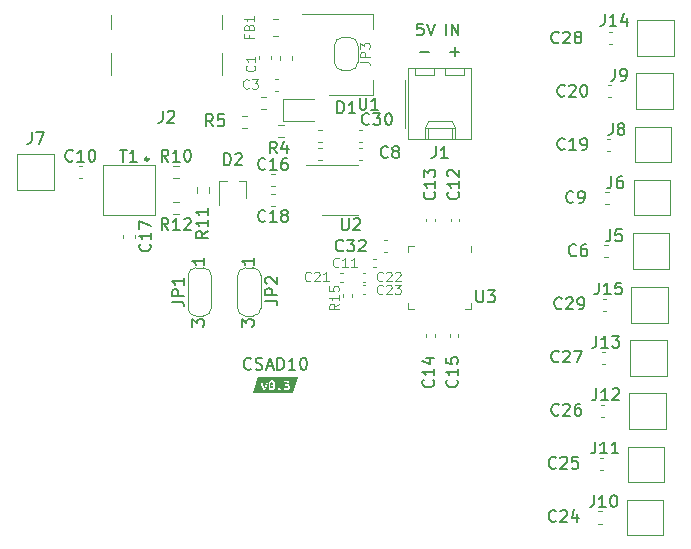
<source format=gbr>
%TF.GenerationSoftware,KiCad,Pcbnew,(7.0.0)*%
%TF.CreationDate,2023-06-21T12:56:18+01:00*%
%TF.ProjectId,CSAD10,43534144-3130-42e6-9b69-6361645f7063,0.2*%
%TF.SameCoordinates,Original*%
%TF.FileFunction,Legend,Top*%
%TF.FilePolarity,Positive*%
%FSLAX46Y46*%
G04 Gerber Fmt 4.6, Leading zero omitted, Abs format (unit mm)*
G04 Created by KiCad (PCBNEW (7.0.0)) date 2023-06-21 12:56:18*
%MOMM*%
%LPD*%
G01*
G04 APERTURE LIST*
%ADD10C,0.150000*%
%ADD11C,0.120000*%
%ADD12C,0.283607*%
G04 APERTURE END LIST*
D10*
X152614285Y-79182380D02*
X152138095Y-79182380D01*
X152138095Y-79182380D02*
X152090476Y-79658571D01*
X152090476Y-79658571D02*
X152138095Y-79610952D01*
X152138095Y-79610952D02*
X152233333Y-79563333D01*
X152233333Y-79563333D02*
X152471428Y-79563333D01*
X152471428Y-79563333D02*
X152566666Y-79610952D01*
X152566666Y-79610952D02*
X152614285Y-79658571D01*
X152614285Y-79658571D02*
X152661904Y-79753809D01*
X152661904Y-79753809D02*
X152661904Y-79991904D01*
X152661904Y-79991904D02*
X152614285Y-80087142D01*
X152614285Y-80087142D02*
X152566666Y-80134761D01*
X152566666Y-80134761D02*
X152471428Y-80182380D01*
X152471428Y-80182380D02*
X152233333Y-80182380D01*
X152233333Y-80182380D02*
X152138095Y-80134761D01*
X152138095Y-80134761D02*
X152090476Y-80087142D01*
X152947619Y-79182380D02*
X153280952Y-80182380D01*
X153280952Y-80182380D02*
X153614285Y-79182380D01*
X154547619Y-80182380D02*
X154547619Y-79182380D01*
X155023809Y-80182380D02*
X155023809Y-79182380D01*
X155023809Y-79182380D02*
X155595237Y-80182380D01*
X155595237Y-80182380D02*
X155595237Y-79182380D01*
X154919048Y-81586428D02*
X155680953Y-81586428D01*
X155300000Y-81967380D02*
X155300000Y-81205476D01*
X152319048Y-81586428D02*
X153080953Y-81586428D01*
X138052380Y-108387142D02*
X138004761Y-108434761D01*
X138004761Y-108434761D02*
X137861904Y-108482380D01*
X137861904Y-108482380D02*
X137766666Y-108482380D01*
X137766666Y-108482380D02*
X137623809Y-108434761D01*
X137623809Y-108434761D02*
X137528571Y-108339523D01*
X137528571Y-108339523D02*
X137480952Y-108244285D01*
X137480952Y-108244285D02*
X137433333Y-108053809D01*
X137433333Y-108053809D02*
X137433333Y-107910952D01*
X137433333Y-107910952D02*
X137480952Y-107720476D01*
X137480952Y-107720476D02*
X137528571Y-107625238D01*
X137528571Y-107625238D02*
X137623809Y-107530000D01*
X137623809Y-107530000D02*
X137766666Y-107482380D01*
X137766666Y-107482380D02*
X137861904Y-107482380D01*
X137861904Y-107482380D02*
X138004761Y-107530000D01*
X138004761Y-107530000D02*
X138052380Y-107577619D01*
X138433333Y-108434761D02*
X138576190Y-108482380D01*
X138576190Y-108482380D02*
X138814285Y-108482380D01*
X138814285Y-108482380D02*
X138909523Y-108434761D01*
X138909523Y-108434761D02*
X138957142Y-108387142D01*
X138957142Y-108387142D02*
X139004761Y-108291904D01*
X139004761Y-108291904D02*
X139004761Y-108196666D01*
X139004761Y-108196666D02*
X138957142Y-108101428D01*
X138957142Y-108101428D02*
X138909523Y-108053809D01*
X138909523Y-108053809D02*
X138814285Y-108006190D01*
X138814285Y-108006190D02*
X138623809Y-107958571D01*
X138623809Y-107958571D02*
X138528571Y-107910952D01*
X138528571Y-107910952D02*
X138480952Y-107863333D01*
X138480952Y-107863333D02*
X138433333Y-107768095D01*
X138433333Y-107768095D02*
X138433333Y-107672857D01*
X138433333Y-107672857D02*
X138480952Y-107577619D01*
X138480952Y-107577619D02*
X138528571Y-107530000D01*
X138528571Y-107530000D02*
X138623809Y-107482380D01*
X138623809Y-107482380D02*
X138861904Y-107482380D01*
X138861904Y-107482380D02*
X139004761Y-107530000D01*
X139385714Y-108196666D02*
X139861904Y-108196666D01*
X139290476Y-108482380D02*
X139623809Y-107482380D01*
X139623809Y-107482380D02*
X139957142Y-108482380D01*
X140290476Y-108482380D02*
X140290476Y-107482380D01*
X140290476Y-107482380D02*
X140528571Y-107482380D01*
X140528571Y-107482380D02*
X140671428Y-107530000D01*
X140671428Y-107530000D02*
X140766666Y-107625238D01*
X140766666Y-107625238D02*
X140814285Y-107720476D01*
X140814285Y-107720476D02*
X140861904Y-107910952D01*
X140861904Y-107910952D02*
X140861904Y-108053809D01*
X140861904Y-108053809D02*
X140814285Y-108244285D01*
X140814285Y-108244285D02*
X140766666Y-108339523D01*
X140766666Y-108339523D02*
X140671428Y-108434761D01*
X140671428Y-108434761D02*
X140528571Y-108482380D01*
X140528571Y-108482380D02*
X140290476Y-108482380D01*
X141814285Y-108482380D02*
X141242857Y-108482380D01*
X141528571Y-108482380D02*
X141528571Y-107482380D01*
X141528571Y-107482380D02*
X141433333Y-107625238D01*
X141433333Y-107625238D02*
X141338095Y-107720476D01*
X141338095Y-107720476D02*
X141242857Y-107768095D01*
X142433333Y-107482380D02*
X142528571Y-107482380D01*
X142528571Y-107482380D02*
X142623809Y-107530000D01*
X142623809Y-107530000D02*
X142671428Y-107577619D01*
X142671428Y-107577619D02*
X142719047Y-107672857D01*
X142719047Y-107672857D02*
X142766666Y-107863333D01*
X142766666Y-107863333D02*
X142766666Y-108101428D01*
X142766666Y-108101428D02*
X142719047Y-108291904D01*
X142719047Y-108291904D02*
X142671428Y-108387142D01*
X142671428Y-108387142D02*
X142623809Y-108434761D01*
X142623809Y-108434761D02*
X142528571Y-108482380D01*
X142528571Y-108482380D02*
X142433333Y-108482380D01*
X142433333Y-108482380D02*
X142338095Y-108434761D01*
X142338095Y-108434761D02*
X142290476Y-108387142D01*
X142290476Y-108387142D02*
X142242857Y-108291904D01*
X142242857Y-108291904D02*
X142195238Y-108101428D01*
X142195238Y-108101428D02*
X142195238Y-107863333D01*
X142195238Y-107863333D02*
X142242857Y-107672857D01*
X142242857Y-107672857D02*
X142290476Y-107577619D01*
X142290476Y-107577619D02*
X142338095Y-107530000D01*
X142338095Y-107530000D02*
X142433333Y-107482380D01*
%TO.C,C8*%
X149633333Y-90472142D02*
X149585714Y-90519761D01*
X149585714Y-90519761D02*
X149442857Y-90567380D01*
X149442857Y-90567380D02*
X149347619Y-90567380D01*
X149347619Y-90567380D02*
X149204762Y-90519761D01*
X149204762Y-90519761D02*
X149109524Y-90424523D01*
X149109524Y-90424523D02*
X149061905Y-90329285D01*
X149061905Y-90329285D02*
X149014286Y-90138809D01*
X149014286Y-90138809D02*
X149014286Y-89995952D01*
X149014286Y-89995952D02*
X149061905Y-89805476D01*
X149061905Y-89805476D02*
X149109524Y-89710238D01*
X149109524Y-89710238D02*
X149204762Y-89615000D01*
X149204762Y-89615000D02*
X149347619Y-89567380D01*
X149347619Y-89567380D02*
X149442857Y-89567380D01*
X149442857Y-89567380D02*
X149585714Y-89615000D01*
X149585714Y-89615000D02*
X149633333Y-89662619D01*
X150204762Y-89995952D02*
X150109524Y-89948333D01*
X150109524Y-89948333D02*
X150061905Y-89900714D01*
X150061905Y-89900714D02*
X150014286Y-89805476D01*
X150014286Y-89805476D02*
X150014286Y-89757857D01*
X150014286Y-89757857D02*
X150061905Y-89662619D01*
X150061905Y-89662619D02*
X150109524Y-89615000D01*
X150109524Y-89615000D02*
X150204762Y-89567380D01*
X150204762Y-89567380D02*
X150395238Y-89567380D01*
X150395238Y-89567380D02*
X150490476Y-89615000D01*
X150490476Y-89615000D02*
X150538095Y-89662619D01*
X150538095Y-89662619D02*
X150585714Y-89757857D01*
X150585714Y-89757857D02*
X150585714Y-89805476D01*
X150585714Y-89805476D02*
X150538095Y-89900714D01*
X150538095Y-89900714D02*
X150490476Y-89948333D01*
X150490476Y-89948333D02*
X150395238Y-89995952D01*
X150395238Y-89995952D02*
X150204762Y-89995952D01*
X150204762Y-89995952D02*
X150109524Y-90043571D01*
X150109524Y-90043571D02*
X150061905Y-90091190D01*
X150061905Y-90091190D02*
X150014286Y-90186428D01*
X150014286Y-90186428D02*
X150014286Y-90376904D01*
X150014286Y-90376904D02*
X150061905Y-90472142D01*
X150061905Y-90472142D02*
X150109524Y-90519761D01*
X150109524Y-90519761D02*
X150204762Y-90567380D01*
X150204762Y-90567380D02*
X150395238Y-90567380D01*
X150395238Y-90567380D02*
X150490476Y-90519761D01*
X150490476Y-90519761D02*
X150538095Y-90472142D01*
X150538095Y-90472142D02*
X150585714Y-90376904D01*
X150585714Y-90376904D02*
X150585714Y-90186428D01*
X150585714Y-90186428D02*
X150538095Y-90091190D01*
X150538095Y-90091190D02*
X150490476Y-90043571D01*
X150490476Y-90043571D02*
X150395238Y-89995952D01*
%TO.C,C28*%
X164107142Y-80772142D02*
X164059523Y-80819761D01*
X164059523Y-80819761D02*
X163916666Y-80867380D01*
X163916666Y-80867380D02*
X163821428Y-80867380D01*
X163821428Y-80867380D02*
X163678571Y-80819761D01*
X163678571Y-80819761D02*
X163583333Y-80724523D01*
X163583333Y-80724523D02*
X163535714Y-80629285D01*
X163535714Y-80629285D02*
X163488095Y-80438809D01*
X163488095Y-80438809D02*
X163488095Y-80295952D01*
X163488095Y-80295952D02*
X163535714Y-80105476D01*
X163535714Y-80105476D02*
X163583333Y-80010238D01*
X163583333Y-80010238D02*
X163678571Y-79915000D01*
X163678571Y-79915000D02*
X163821428Y-79867380D01*
X163821428Y-79867380D02*
X163916666Y-79867380D01*
X163916666Y-79867380D02*
X164059523Y-79915000D01*
X164059523Y-79915000D02*
X164107142Y-79962619D01*
X164488095Y-79962619D02*
X164535714Y-79915000D01*
X164535714Y-79915000D02*
X164630952Y-79867380D01*
X164630952Y-79867380D02*
X164869047Y-79867380D01*
X164869047Y-79867380D02*
X164964285Y-79915000D01*
X164964285Y-79915000D02*
X165011904Y-79962619D01*
X165011904Y-79962619D02*
X165059523Y-80057857D01*
X165059523Y-80057857D02*
X165059523Y-80153095D01*
X165059523Y-80153095D02*
X165011904Y-80295952D01*
X165011904Y-80295952D02*
X164440476Y-80867380D01*
X164440476Y-80867380D02*
X165059523Y-80867380D01*
X165630952Y-80295952D02*
X165535714Y-80248333D01*
X165535714Y-80248333D02*
X165488095Y-80200714D01*
X165488095Y-80200714D02*
X165440476Y-80105476D01*
X165440476Y-80105476D02*
X165440476Y-80057857D01*
X165440476Y-80057857D02*
X165488095Y-79962619D01*
X165488095Y-79962619D02*
X165535714Y-79915000D01*
X165535714Y-79915000D02*
X165630952Y-79867380D01*
X165630952Y-79867380D02*
X165821428Y-79867380D01*
X165821428Y-79867380D02*
X165916666Y-79915000D01*
X165916666Y-79915000D02*
X165964285Y-79962619D01*
X165964285Y-79962619D02*
X166011904Y-80057857D01*
X166011904Y-80057857D02*
X166011904Y-80105476D01*
X166011904Y-80105476D02*
X165964285Y-80200714D01*
X165964285Y-80200714D02*
X165916666Y-80248333D01*
X165916666Y-80248333D02*
X165821428Y-80295952D01*
X165821428Y-80295952D02*
X165630952Y-80295952D01*
X165630952Y-80295952D02*
X165535714Y-80343571D01*
X165535714Y-80343571D02*
X165488095Y-80391190D01*
X165488095Y-80391190D02*
X165440476Y-80486428D01*
X165440476Y-80486428D02*
X165440476Y-80676904D01*
X165440476Y-80676904D02*
X165488095Y-80772142D01*
X165488095Y-80772142D02*
X165535714Y-80819761D01*
X165535714Y-80819761D02*
X165630952Y-80867380D01*
X165630952Y-80867380D02*
X165821428Y-80867380D01*
X165821428Y-80867380D02*
X165916666Y-80819761D01*
X165916666Y-80819761D02*
X165964285Y-80772142D01*
X165964285Y-80772142D02*
X166011904Y-80676904D01*
X166011904Y-80676904D02*
X166011904Y-80486428D01*
X166011904Y-80486428D02*
X165964285Y-80391190D01*
X165964285Y-80391190D02*
X165916666Y-80343571D01*
X165916666Y-80343571D02*
X165821428Y-80295952D01*
%TO.C,J12*%
X167290476Y-110067380D02*
X167290476Y-110781666D01*
X167290476Y-110781666D02*
X167242857Y-110924523D01*
X167242857Y-110924523D02*
X167147619Y-111019761D01*
X167147619Y-111019761D02*
X167004762Y-111067380D01*
X167004762Y-111067380D02*
X166909524Y-111067380D01*
X168290476Y-111067380D02*
X167719048Y-111067380D01*
X168004762Y-111067380D02*
X168004762Y-110067380D01*
X168004762Y-110067380D02*
X167909524Y-110210238D01*
X167909524Y-110210238D02*
X167814286Y-110305476D01*
X167814286Y-110305476D02*
X167719048Y-110353095D01*
X168671429Y-110162619D02*
X168719048Y-110115000D01*
X168719048Y-110115000D02*
X168814286Y-110067380D01*
X168814286Y-110067380D02*
X169052381Y-110067380D01*
X169052381Y-110067380D02*
X169147619Y-110115000D01*
X169147619Y-110115000D02*
X169195238Y-110162619D01*
X169195238Y-110162619D02*
X169242857Y-110257857D01*
X169242857Y-110257857D02*
X169242857Y-110353095D01*
X169242857Y-110353095D02*
X169195238Y-110495952D01*
X169195238Y-110495952D02*
X168623810Y-111067380D01*
X168623810Y-111067380D02*
X169242857Y-111067380D01*
%TO.C,C17*%
X129472142Y-97842857D02*
X129519761Y-97890476D01*
X129519761Y-97890476D02*
X129567380Y-98033333D01*
X129567380Y-98033333D02*
X129567380Y-98128571D01*
X129567380Y-98128571D02*
X129519761Y-98271428D01*
X129519761Y-98271428D02*
X129424523Y-98366666D01*
X129424523Y-98366666D02*
X129329285Y-98414285D01*
X129329285Y-98414285D02*
X129138809Y-98461904D01*
X129138809Y-98461904D02*
X128995952Y-98461904D01*
X128995952Y-98461904D02*
X128805476Y-98414285D01*
X128805476Y-98414285D02*
X128710238Y-98366666D01*
X128710238Y-98366666D02*
X128615000Y-98271428D01*
X128615000Y-98271428D02*
X128567380Y-98128571D01*
X128567380Y-98128571D02*
X128567380Y-98033333D01*
X128567380Y-98033333D02*
X128615000Y-97890476D01*
X128615000Y-97890476D02*
X128662619Y-97842857D01*
X129567380Y-96890476D02*
X129567380Y-97461904D01*
X129567380Y-97176190D02*
X128567380Y-97176190D01*
X128567380Y-97176190D02*
X128710238Y-97271428D01*
X128710238Y-97271428D02*
X128805476Y-97366666D01*
X128805476Y-97366666D02*
X128853095Y-97461904D01*
X128567380Y-96557142D02*
X128567380Y-95890476D01*
X128567380Y-95890476D02*
X129567380Y-96319047D01*
%TO.C,C32*%
X145857142Y-98372142D02*
X145809523Y-98419761D01*
X145809523Y-98419761D02*
X145666666Y-98467380D01*
X145666666Y-98467380D02*
X145571428Y-98467380D01*
X145571428Y-98467380D02*
X145428571Y-98419761D01*
X145428571Y-98419761D02*
X145333333Y-98324523D01*
X145333333Y-98324523D02*
X145285714Y-98229285D01*
X145285714Y-98229285D02*
X145238095Y-98038809D01*
X145238095Y-98038809D02*
X145238095Y-97895952D01*
X145238095Y-97895952D02*
X145285714Y-97705476D01*
X145285714Y-97705476D02*
X145333333Y-97610238D01*
X145333333Y-97610238D02*
X145428571Y-97515000D01*
X145428571Y-97515000D02*
X145571428Y-97467380D01*
X145571428Y-97467380D02*
X145666666Y-97467380D01*
X145666666Y-97467380D02*
X145809523Y-97515000D01*
X145809523Y-97515000D02*
X145857142Y-97562619D01*
X146190476Y-97467380D02*
X146809523Y-97467380D01*
X146809523Y-97467380D02*
X146476190Y-97848333D01*
X146476190Y-97848333D02*
X146619047Y-97848333D01*
X146619047Y-97848333D02*
X146714285Y-97895952D01*
X146714285Y-97895952D02*
X146761904Y-97943571D01*
X146761904Y-97943571D02*
X146809523Y-98038809D01*
X146809523Y-98038809D02*
X146809523Y-98276904D01*
X146809523Y-98276904D02*
X146761904Y-98372142D01*
X146761904Y-98372142D02*
X146714285Y-98419761D01*
X146714285Y-98419761D02*
X146619047Y-98467380D01*
X146619047Y-98467380D02*
X146333333Y-98467380D01*
X146333333Y-98467380D02*
X146238095Y-98419761D01*
X146238095Y-98419761D02*
X146190476Y-98372142D01*
X147190476Y-97562619D02*
X147238095Y-97515000D01*
X147238095Y-97515000D02*
X147333333Y-97467380D01*
X147333333Y-97467380D02*
X147571428Y-97467380D01*
X147571428Y-97467380D02*
X147666666Y-97515000D01*
X147666666Y-97515000D02*
X147714285Y-97562619D01*
X147714285Y-97562619D02*
X147761904Y-97657857D01*
X147761904Y-97657857D02*
X147761904Y-97753095D01*
X147761904Y-97753095D02*
X147714285Y-97895952D01*
X147714285Y-97895952D02*
X147142857Y-98467380D01*
X147142857Y-98467380D02*
X147761904Y-98467380D01*
D11*
%TO.C,R15*%
X145493904Y-102914285D02*
X145112952Y-103180952D01*
X145493904Y-103371428D02*
X144693904Y-103371428D01*
X144693904Y-103371428D02*
X144693904Y-103066666D01*
X144693904Y-103066666D02*
X144732000Y-102990476D01*
X144732000Y-102990476D02*
X144770095Y-102952381D01*
X144770095Y-102952381D02*
X144846285Y-102914285D01*
X144846285Y-102914285D02*
X144960571Y-102914285D01*
X144960571Y-102914285D02*
X145036761Y-102952381D01*
X145036761Y-102952381D02*
X145074857Y-102990476D01*
X145074857Y-102990476D02*
X145112952Y-103066666D01*
X145112952Y-103066666D02*
X145112952Y-103371428D01*
X145493904Y-102152381D02*
X145493904Y-102609524D01*
X145493904Y-102380952D02*
X144693904Y-102380952D01*
X144693904Y-102380952D02*
X144808190Y-102457143D01*
X144808190Y-102457143D02*
X144884380Y-102533333D01*
X144884380Y-102533333D02*
X144922476Y-102609524D01*
X144693904Y-101428571D02*
X144693904Y-101809523D01*
X144693904Y-101809523D02*
X145074857Y-101847619D01*
X145074857Y-101847619D02*
X145036761Y-101809523D01*
X145036761Y-101809523D02*
X144998666Y-101733333D01*
X144998666Y-101733333D02*
X144998666Y-101542857D01*
X144998666Y-101542857D02*
X145036761Y-101466666D01*
X145036761Y-101466666D02*
X145074857Y-101428571D01*
X145074857Y-101428571D02*
X145151047Y-101390476D01*
X145151047Y-101390476D02*
X145341523Y-101390476D01*
X145341523Y-101390476D02*
X145417714Y-101428571D01*
X145417714Y-101428571D02*
X145455809Y-101466666D01*
X145455809Y-101466666D02*
X145493904Y-101542857D01*
X145493904Y-101542857D02*
X145493904Y-101733333D01*
X145493904Y-101733333D02*
X145455809Y-101809523D01*
X145455809Y-101809523D02*
X145417714Y-101847619D01*
D10*
%TO.C,R5*%
X134833333Y-87867380D02*
X134500000Y-87391190D01*
X134261905Y-87867380D02*
X134261905Y-86867380D01*
X134261905Y-86867380D02*
X134642857Y-86867380D01*
X134642857Y-86867380D02*
X134738095Y-86915000D01*
X134738095Y-86915000D02*
X134785714Y-86962619D01*
X134785714Y-86962619D02*
X134833333Y-87057857D01*
X134833333Y-87057857D02*
X134833333Y-87200714D01*
X134833333Y-87200714D02*
X134785714Y-87295952D01*
X134785714Y-87295952D02*
X134738095Y-87343571D01*
X134738095Y-87343571D02*
X134642857Y-87391190D01*
X134642857Y-87391190D02*
X134261905Y-87391190D01*
X135738095Y-86867380D02*
X135261905Y-86867380D01*
X135261905Y-86867380D02*
X135214286Y-87343571D01*
X135214286Y-87343571D02*
X135261905Y-87295952D01*
X135261905Y-87295952D02*
X135357143Y-87248333D01*
X135357143Y-87248333D02*
X135595238Y-87248333D01*
X135595238Y-87248333D02*
X135690476Y-87295952D01*
X135690476Y-87295952D02*
X135738095Y-87343571D01*
X135738095Y-87343571D02*
X135785714Y-87438809D01*
X135785714Y-87438809D02*
X135785714Y-87676904D01*
X135785714Y-87676904D02*
X135738095Y-87772142D01*
X135738095Y-87772142D02*
X135690476Y-87819761D01*
X135690476Y-87819761D02*
X135595238Y-87867380D01*
X135595238Y-87867380D02*
X135357143Y-87867380D01*
X135357143Y-87867380D02*
X135261905Y-87819761D01*
X135261905Y-87819761D02*
X135214286Y-87772142D01*
D11*
%TO.C,C1*%
X138317714Y-82733332D02*
X138355809Y-82771428D01*
X138355809Y-82771428D02*
X138393904Y-82885713D01*
X138393904Y-82885713D02*
X138393904Y-82961904D01*
X138393904Y-82961904D02*
X138355809Y-83076190D01*
X138355809Y-83076190D02*
X138279619Y-83152380D01*
X138279619Y-83152380D02*
X138203428Y-83190475D01*
X138203428Y-83190475D02*
X138051047Y-83228571D01*
X138051047Y-83228571D02*
X137936761Y-83228571D01*
X137936761Y-83228571D02*
X137784380Y-83190475D01*
X137784380Y-83190475D02*
X137708190Y-83152380D01*
X137708190Y-83152380D02*
X137632000Y-83076190D01*
X137632000Y-83076190D02*
X137593904Y-82961904D01*
X137593904Y-82961904D02*
X137593904Y-82885713D01*
X137593904Y-82885713D02*
X137632000Y-82771428D01*
X137632000Y-82771428D02*
X137670095Y-82733332D01*
X138393904Y-81971428D02*
X138393904Y-82428571D01*
X138393904Y-82199999D02*
X137593904Y-82199999D01*
X137593904Y-82199999D02*
X137708190Y-82276190D01*
X137708190Y-82276190D02*
X137784380Y-82352380D01*
X137784380Y-82352380D02*
X137822476Y-82428571D01*
D10*
%TO.C,C16*%
X139257142Y-91472142D02*
X139209523Y-91519761D01*
X139209523Y-91519761D02*
X139066666Y-91567380D01*
X139066666Y-91567380D02*
X138971428Y-91567380D01*
X138971428Y-91567380D02*
X138828571Y-91519761D01*
X138828571Y-91519761D02*
X138733333Y-91424523D01*
X138733333Y-91424523D02*
X138685714Y-91329285D01*
X138685714Y-91329285D02*
X138638095Y-91138809D01*
X138638095Y-91138809D02*
X138638095Y-90995952D01*
X138638095Y-90995952D02*
X138685714Y-90805476D01*
X138685714Y-90805476D02*
X138733333Y-90710238D01*
X138733333Y-90710238D02*
X138828571Y-90615000D01*
X138828571Y-90615000D02*
X138971428Y-90567380D01*
X138971428Y-90567380D02*
X139066666Y-90567380D01*
X139066666Y-90567380D02*
X139209523Y-90615000D01*
X139209523Y-90615000D02*
X139257142Y-90662619D01*
X140209523Y-91567380D02*
X139638095Y-91567380D01*
X139923809Y-91567380D02*
X139923809Y-90567380D01*
X139923809Y-90567380D02*
X139828571Y-90710238D01*
X139828571Y-90710238D02*
X139733333Y-90805476D01*
X139733333Y-90805476D02*
X139638095Y-90853095D01*
X141066666Y-90567380D02*
X140876190Y-90567380D01*
X140876190Y-90567380D02*
X140780952Y-90615000D01*
X140780952Y-90615000D02*
X140733333Y-90662619D01*
X140733333Y-90662619D02*
X140638095Y-90805476D01*
X140638095Y-90805476D02*
X140590476Y-90995952D01*
X140590476Y-90995952D02*
X140590476Y-91376904D01*
X140590476Y-91376904D02*
X140638095Y-91472142D01*
X140638095Y-91472142D02*
X140685714Y-91519761D01*
X140685714Y-91519761D02*
X140780952Y-91567380D01*
X140780952Y-91567380D02*
X140971428Y-91567380D01*
X140971428Y-91567380D02*
X141066666Y-91519761D01*
X141066666Y-91519761D02*
X141114285Y-91472142D01*
X141114285Y-91472142D02*
X141161904Y-91376904D01*
X141161904Y-91376904D02*
X141161904Y-91138809D01*
X141161904Y-91138809D02*
X141114285Y-91043571D01*
X141114285Y-91043571D02*
X141066666Y-90995952D01*
X141066666Y-90995952D02*
X140971428Y-90948333D01*
X140971428Y-90948333D02*
X140780952Y-90948333D01*
X140780952Y-90948333D02*
X140685714Y-90995952D01*
X140685714Y-90995952D02*
X140638095Y-91043571D01*
X140638095Y-91043571D02*
X140590476Y-91138809D01*
D11*
%TO.C,JP3*%
X147293904Y-82416666D02*
X147865333Y-82416666D01*
X147865333Y-82416666D02*
X147979619Y-82454761D01*
X147979619Y-82454761D02*
X148055809Y-82530952D01*
X148055809Y-82530952D02*
X148093904Y-82645237D01*
X148093904Y-82645237D02*
X148093904Y-82721428D01*
X148093904Y-82035713D02*
X147293904Y-82035713D01*
X147293904Y-82035713D02*
X147293904Y-81730951D01*
X147293904Y-81730951D02*
X147332000Y-81654761D01*
X147332000Y-81654761D02*
X147370095Y-81616666D01*
X147370095Y-81616666D02*
X147446285Y-81578570D01*
X147446285Y-81578570D02*
X147560571Y-81578570D01*
X147560571Y-81578570D02*
X147636761Y-81616666D01*
X147636761Y-81616666D02*
X147674857Y-81654761D01*
X147674857Y-81654761D02*
X147712952Y-81730951D01*
X147712952Y-81730951D02*
X147712952Y-82035713D01*
X147293904Y-81311904D02*
X147293904Y-80816666D01*
X147293904Y-80816666D02*
X147598666Y-81083332D01*
X147598666Y-81083332D02*
X147598666Y-80969047D01*
X147598666Y-80969047D02*
X147636761Y-80892856D01*
X147636761Y-80892856D02*
X147674857Y-80854761D01*
X147674857Y-80854761D02*
X147751047Y-80816666D01*
X147751047Y-80816666D02*
X147941523Y-80816666D01*
X147941523Y-80816666D02*
X148017714Y-80854761D01*
X148017714Y-80854761D02*
X148055809Y-80892856D01*
X148055809Y-80892856D02*
X148093904Y-80969047D01*
X148093904Y-80969047D02*
X148093904Y-81197618D01*
X148093904Y-81197618D02*
X148055809Y-81273809D01*
X148055809Y-81273809D02*
X148017714Y-81311904D01*
D10*
%TO.C,C30*%
X148057142Y-87672142D02*
X148009523Y-87719761D01*
X148009523Y-87719761D02*
X147866666Y-87767380D01*
X147866666Y-87767380D02*
X147771428Y-87767380D01*
X147771428Y-87767380D02*
X147628571Y-87719761D01*
X147628571Y-87719761D02*
X147533333Y-87624523D01*
X147533333Y-87624523D02*
X147485714Y-87529285D01*
X147485714Y-87529285D02*
X147438095Y-87338809D01*
X147438095Y-87338809D02*
X147438095Y-87195952D01*
X147438095Y-87195952D02*
X147485714Y-87005476D01*
X147485714Y-87005476D02*
X147533333Y-86910238D01*
X147533333Y-86910238D02*
X147628571Y-86815000D01*
X147628571Y-86815000D02*
X147771428Y-86767380D01*
X147771428Y-86767380D02*
X147866666Y-86767380D01*
X147866666Y-86767380D02*
X148009523Y-86815000D01*
X148009523Y-86815000D02*
X148057142Y-86862619D01*
X148390476Y-86767380D02*
X149009523Y-86767380D01*
X149009523Y-86767380D02*
X148676190Y-87148333D01*
X148676190Y-87148333D02*
X148819047Y-87148333D01*
X148819047Y-87148333D02*
X148914285Y-87195952D01*
X148914285Y-87195952D02*
X148961904Y-87243571D01*
X148961904Y-87243571D02*
X149009523Y-87338809D01*
X149009523Y-87338809D02*
X149009523Y-87576904D01*
X149009523Y-87576904D02*
X148961904Y-87672142D01*
X148961904Y-87672142D02*
X148914285Y-87719761D01*
X148914285Y-87719761D02*
X148819047Y-87767380D01*
X148819047Y-87767380D02*
X148533333Y-87767380D01*
X148533333Y-87767380D02*
X148438095Y-87719761D01*
X148438095Y-87719761D02*
X148390476Y-87672142D01*
X149628571Y-86767380D02*
X149723809Y-86767380D01*
X149723809Y-86767380D02*
X149819047Y-86815000D01*
X149819047Y-86815000D02*
X149866666Y-86862619D01*
X149866666Y-86862619D02*
X149914285Y-86957857D01*
X149914285Y-86957857D02*
X149961904Y-87148333D01*
X149961904Y-87148333D02*
X149961904Y-87386428D01*
X149961904Y-87386428D02*
X149914285Y-87576904D01*
X149914285Y-87576904D02*
X149866666Y-87672142D01*
X149866666Y-87672142D02*
X149819047Y-87719761D01*
X149819047Y-87719761D02*
X149723809Y-87767380D01*
X149723809Y-87767380D02*
X149628571Y-87767380D01*
X149628571Y-87767380D02*
X149533333Y-87719761D01*
X149533333Y-87719761D02*
X149485714Y-87672142D01*
X149485714Y-87672142D02*
X149438095Y-87576904D01*
X149438095Y-87576904D02*
X149390476Y-87386428D01*
X149390476Y-87386428D02*
X149390476Y-87148333D01*
X149390476Y-87148333D02*
X149438095Y-86957857D01*
X149438095Y-86957857D02*
X149485714Y-86862619D01*
X149485714Y-86862619D02*
X149533333Y-86815000D01*
X149533333Y-86815000D02*
X149628571Y-86767380D01*
%TO.C,C25*%
X163857142Y-116772142D02*
X163809523Y-116819761D01*
X163809523Y-116819761D02*
X163666666Y-116867380D01*
X163666666Y-116867380D02*
X163571428Y-116867380D01*
X163571428Y-116867380D02*
X163428571Y-116819761D01*
X163428571Y-116819761D02*
X163333333Y-116724523D01*
X163333333Y-116724523D02*
X163285714Y-116629285D01*
X163285714Y-116629285D02*
X163238095Y-116438809D01*
X163238095Y-116438809D02*
X163238095Y-116295952D01*
X163238095Y-116295952D02*
X163285714Y-116105476D01*
X163285714Y-116105476D02*
X163333333Y-116010238D01*
X163333333Y-116010238D02*
X163428571Y-115915000D01*
X163428571Y-115915000D02*
X163571428Y-115867380D01*
X163571428Y-115867380D02*
X163666666Y-115867380D01*
X163666666Y-115867380D02*
X163809523Y-115915000D01*
X163809523Y-115915000D02*
X163857142Y-115962619D01*
X164238095Y-115962619D02*
X164285714Y-115915000D01*
X164285714Y-115915000D02*
X164380952Y-115867380D01*
X164380952Y-115867380D02*
X164619047Y-115867380D01*
X164619047Y-115867380D02*
X164714285Y-115915000D01*
X164714285Y-115915000D02*
X164761904Y-115962619D01*
X164761904Y-115962619D02*
X164809523Y-116057857D01*
X164809523Y-116057857D02*
X164809523Y-116153095D01*
X164809523Y-116153095D02*
X164761904Y-116295952D01*
X164761904Y-116295952D02*
X164190476Y-116867380D01*
X164190476Y-116867380D02*
X164809523Y-116867380D01*
X165714285Y-115867380D02*
X165238095Y-115867380D01*
X165238095Y-115867380D02*
X165190476Y-116343571D01*
X165190476Y-116343571D02*
X165238095Y-116295952D01*
X165238095Y-116295952D02*
X165333333Y-116248333D01*
X165333333Y-116248333D02*
X165571428Y-116248333D01*
X165571428Y-116248333D02*
X165666666Y-116295952D01*
X165666666Y-116295952D02*
X165714285Y-116343571D01*
X165714285Y-116343571D02*
X165761904Y-116438809D01*
X165761904Y-116438809D02*
X165761904Y-116676904D01*
X165761904Y-116676904D02*
X165714285Y-116772142D01*
X165714285Y-116772142D02*
X165666666Y-116819761D01*
X165666666Y-116819761D02*
X165571428Y-116867380D01*
X165571428Y-116867380D02*
X165333333Y-116867380D01*
X165333333Y-116867380D02*
X165238095Y-116819761D01*
X165238095Y-116819761D02*
X165190476Y-116772142D01*
%TO.C,C18*%
X139257142Y-95872142D02*
X139209523Y-95919761D01*
X139209523Y-95919761D02*
X139066666Y-95967380D01*
X139066666Y-95967380D02*
X138971428Y-95967380D01*
X138971428Y-95967380D02*
X138828571Y-95919761D01*
X138828571Y-95919761D02*
X138733333Y-95824523D01*
X138733333Y-95824523D02*
X138685714Y-95729285D01*
X138685714Y-95729285D02*
X138638095Y-95538809D01*
X138638095Y-95538809D02*
X138638095Y-95395952D01*
X138638095Y-95395952D02*
X138685714Y-95205476D01*
X138685714Y-95205476D02*
X138733333Y-95110238D01*
X138733333Y-95110238D02*
X138828571Y-95015000D01*
X138828571Y-95015000D02*
X138971428Y-94967380D01*
X138971428Y-94967380D02*
X139066666Y-94967380D01*
X139066666Y-94967380D02*
X139209523Y-95015000D01*
X139209523Y-95015000D02*
X139257142Y-95062619D01*
X140209523Y-95967380D02*
X139638095Y-95967380D01*
X139923809Y-95967380D02*
X139923809Y-94967380D01*
X139923809Y-94967380D02*
X139828571Y-95110238D01*
X139828571Y-95110238D02*
X139733333Y-95205476D01*
X139733333Y-95205476D02*
X139638095Y-95253095D01*
X140780952Y-95395952D02*
X140685714Y-95348333D01*
X140685714Y-95348333D02*
X140638095Y-95300714D01*
X140638095Y-95300714D02*
X140590476Y-95205476D01*
X140590476Y-95205476D02*
X140590476Y-95157857D01*
X140590476Y-95157857D02*
X140638095Y-95062619D01*
X140638095Y-95062619D02*
X140685714Y-95015000D01*
X140685714Y-95015000D02*
X140780952Y-94967380D01*
X140780952Y-94967380D02*
X140971428Y-94967380D01*
X140971428Y-94967380D02*
X141066666Y-95015000D01*
X141066666Y-95015000D02*
X141114285Y-95062619D01*
X141114285Y-95062619D02*
X141161904Y-95157857D01*
X141161904Y-95157857D02*
X141161904Y-95205476D01*
X141161904Y-95205476D02*
X141114285Y-95300714D01*
X141114285Y-95300714D02*
X141066666Y-95348333D01*
X141066666Y-95348333D02*
X140971428Y-95395952D01*
X140971428Y-95395952D02*
X140780952Y-95395952D01*
X140780952Y-95395952D02*
X140685714Y-95443571D01*
X140685714Y-95443571D02*
X140638095Y-95491190D01*
X140638095Y-95491190D02*
X140590476Y-95586428D01*
X140590476Y-95586428D02*
X140590476Y-95776904D01*
X140590476Y-95776904D02*
X140638095Y-95872142D01*
X140638095Y-95872142D02*
X140685714Y-95919761D01*
X140685714Y-95919761D02*
X140780952Y-95967380D01*
X140780952Y-95967380D02*
X140971428Y-95967380D01*
X140971428Y-95967380D02*
X141066666Y-95919761D01*
X141066666Y-95919761D02*
X141114285Y-95872142D01*
X141114285Y-95872142D02*
X141161904Y-95776904D01*
X141161904Y-95776904D02*
X141161904Y-95586428D01*
X141161904Y-95586428D02*
X141114285Y-95491190D01*
X141114285Y-95491190D02*
X141066666Y-95443571D01*
X141066666Y-95443571D02*
X140971428Y-95395952D01*
%TO.C,J9*%
X168866666Y-83016772D02*
X168866666Y-83731058D01*
X168866666Y-83731058D02*
X168819047Y-83873915D01*
X168819047Y-83873915D02*
X168723809Y-83969153D01*
X168723809Y-83969153D02*
X168580952Y-84016772D01*
X168580952Y-84016772D02*
X168485714Y-84016772D01*
X169390476Y-84016772D02*
X169580952Y-84016772D01*
X169580952Y-84016772D02*
X169676190Y-83969153D01*
X169676190Y-83969153D02*
X169723809Y-83921534D01*
X169723809Y-83921534D02*
X169819047Y-83778677D01*
X169819047Y-83778677D02*
X169866666Y-83588201D01*
X169866666Y-83588201D02*
X169866666Y-83207249D01*
X169866666Y-83207249D02*
X169819047Y-83112011D01*
X169819047Y-83112011D02*
X169771428Y-83064392D01*
X169771428Y-83064392D02*
X169676190Y-83016772D01*
X169676190Y-83016772D02*
X169485714Y-83016772D01*
X169485714Y-83016772D02*
X169390476Y-83064392D01*
X169390476Y-83064392D02*
X169342857Y-83112011D01*
X169342857Y-83112011D02*
X169295238Y-83207249D01*
X169295238Y-83207249D02*
X169295238Y-83445344D01*
X169295238Y-83445344D02*
X169342857Y-83540582D01*
X169342857Y-83540582D02*
X169390476Y-83588201D01*
X169390476Y-83588201D02*
X169485714Y-83635820D01*
X169485714Y-83635820D02*
X169676190Y-83635820D01*
X169676190Y-83635820D02*
X169771428Y-83588201D01*
X169771428Y-83588201D02*
X169819047Y-83540582D01*
X169819047Y-83540582D02*
X169866666Y-83445344D01*
%TO.C,C10*%
X122957142Y-90772142D02*
X122909523Y-90819761D01*
X122909523Y-90819761D02*
X122766666Y-90867380D01*
X122766666Y-90867380D02*
X122671428Y-90867380D01*
X122671428Y-90867380D02*
X122528571Y-90819761D01*
X122528571Y-90819761D02*
X122433333Y-90724523D01*
X122433333Y-90724523D02*
X122385714Y-90629285D01*
X122385714Y-90629285D02*
X122338095Y-90438809D01*
X122338095Y-90438809D02*
X122338095Y-90295952D01*
X122338095Y-90295952D02*
X122385714Y-90105476D01*
X122385714Y-90105476D02*
X122433333Y-90010238D01*
X122433333Y-90010238D02*
X122528571Y-89915000D01*
X122528571Y-89915000D02*
X122671428Y-89867380D01*
X122671428Y-89867380D02*
X122766666Y-89867380D01*
X122766666Y-89867380D02*
X122909523Y-89915000D01*
X122909523Y-89915000D02*
X122957142Y-89962619D01*
X123909523Y-90867380D02*
X123338095Y-90867380D01*
X123623809Y-90867380D02*
X123623809Y-89867380D01*
X123623809Y-89867380D02*
X123528571Y-90010238D01*
X123528571Y-90010238D02*
X123433333Y-90105476D01*
X123433333Y-90105476D02*
X123338095Y-90153095D01*
X124528571Y-89867380D02*
X124623809Y-89867380D01*
X124623809Y-89867380D02*
X124719047Y-89915000D01*
X124719047Y-89915000D02*
X124766666Y-89962619D01*
X124766666Y-89962619D02*
X124814285Y-90057857D01*
X124814285Y-90057857D02*
X124861904Y-90248333D01*
X124861904Y-90248333D02*
X124861904Y-90486428D01*
X124861904Y-90486428D02*
X124814285Y-90676904D01*
X124814285Y-90676904D02*
X124766666Y-90772142D01*
X124766666Y-90772142D02*
X124719047Y-90819761D01*
X124719047Y-90819761D02*
X124623809Y-90867380D01*
X124623809Y-90867380D02*
X124528571Y-90867380D01*
X124528571Y-90867380D02*
X124433333Y-90819761D01*
X124433333Y-90819761D02*
X124385714Y-90772142D01*
X124385714Y-90772142D02*
X124338095Y-90676904D01*
X124338095Y-90676904D02*
X124290476Y-90486428D01*
X124290476Y-90486428D02*
X124290476Y-90248333D01*
X124290476Y-90248333D02*
X124338095Y-90057857D01*
X124338095Y-90057857D02*
X124385714Y-89962619D01*
X124385714Y-89962619D02*
X124433333Y-89915000D01*
X124433333Y-89915000D02*
X124528571Y-89867380D01*
%TO.C,J8*%
X168666666Y-87617380D02*
X168666666Y-88331666D01*
X168666666Y-88331666D02*
X168619047Y-88474523D01*
X168619047Y-88474523D02*
X168523809Y-88569761D01*
X168523809Y-88569761D02*
X168380952Y-88617380D01*
X168380952Y-88617380D02*
X168285714Y-88617380D01*
X169285714Y-88045952D02*
X169190476Y-87998333D01*
X169190476Y-87998333D02*
X169142857Y-87950714D01*
X169142857Y-87950714D02*
X169095238Y-87855476D01*
X169095238Y-87855476D02*
X169095238Y-87807857D01*
X169095238Y-87807857D02*
X169142857Y-87712619D01*
X169142857Y-87712619D02*
X169190476Y-87665000D01*
X169190476Y-87665000D02*
X169285714Y-87617380D01*
X169285714Y-87617380D02*
X169476190Y-87617380D01*
X169476190Y-87617380D02*
X169571428Y-87665000D01*
X169571428Y-87665000D02*
X169619047Y-87712619D01*
X169619047Y-87712619D02*
X169666666Y-87807857D01*
X169666666Y-87807857D02*
X169666666Y-87855476D01*
X169666666Y-87855476D02*
X169619047Y-87950714D01*
X169619047Y-87950714D02*
X169571428Y-87998333D01*
X169571428Y-87998333D02*
X169476190Y-88045952D01*
X169476190Y-88045952D02*
X169285714Y-88045952D01*
X169285714Y-88045952D02*
X169190476Y-88093571D01*
X169190476Y-88093571D02*
X169142857Y-88141190D01*
X169142857Y-88141190D02*
X169095238Y-88236428D01*
X169095238Y-88236428D02*
X169095238Y-88426904D01*
X169095238Y-88426904D02*
X169142857Y-88522142D01*
X169142857Y-88522142D02*
X169190476Y-88569761D01*
X169190476Y-88569761D02*
X169285714Y-88617380D01*
X169285714Y-88617380D02*
X169476190Y-88617380D01*
X169476190Y-88617380D02*
X169571428Y-88569761D01*
X169571428Y-88569761D02*
X169619047Y-88522142D01*
X169619047Y-88522142D02*
X169666666Y-88426904D01*
X169666666Y-88426904D02*
X169666666Y-88236428D01*
X169666666Y-88236428D02*
X169619047Y-88141190D01*
X169619047Y-88141190D02*
X169571428Y-88093571D01*
X169571428Y-88093571D02*
X169476190Y-88045952D01*
%TO.C,U2*%
X145738095Y-95667380D02*
X145738095Y-96476904D01*
X145738095Y-96476904D02*
X145785714Y-96572142D01*
X145785714Y-96572142D02*
X145833333Y-96619761D01*
X145833333Y-96619761D02*
X145928571Y-96667380D01*
X145928571Y-96667380D02*
X146119047Y-96667380D01*
X146119047Y-96667380D02*
X146214285Y-96619761D01*
X146214285Y-96619761D02*
X146261904Y-96572142D01*
X146261904Y-96572142D02*
X146309523Y-96476904D01*
X146309523Y-96476904D02*
X146309523Y-95667380D01*
X146738095Y-95762619D02*
X146785714Y-95715000D01*
X146785714Y-95715000D02*
X146880952Y-95667380D01*
X146880952Y-95667380D02*
X147119047Y-95667380D01*
X147119047Y-95667380D02*
X147214285Y-95715000D01*
X147214285Y-95715000D02*
X147261904Y-95762619D01*
X147261904Y-95762619D02*
X147309523Y-95857857D01*
X147309523Y-95857857D02*
X147309523Y-95953095D01*
X147309523Y-95953095D02*
X147261904Y-96095952D01*
X147261904Y-96095952D02*
X146690476Y-96667380D01*
X146690476Y-96667380D02*
X147309523Y-96667380D01*
%TO.C,J11*%
X167190476Y-114567380D02*
X167190476Y-115281666D01*
X167190476Y-115281666D02*
X167142857Y-115424523D01*
X167142857Y-115424523D02*
X167047619Y-115519761D01*
X167047619Y-115519761D02*
X166904762Y-115567380D01*
X166904762Y-115567380D02*
X166809524Y-115567380D01*
X168190476Y-115567380D02*
X167619048Y-115567380D01*
X167904762Y-115567380D02*
X167904762Y-114567380D01*
X167904762Y-114567380D02*
X167809524Y-114710238D01*
X167809524Y-114710238D02*
X167714286Y-114805476D01*
X167714286Y-114805476D02*
X167619048Y-114853095D01*
X169142857Y-115567380D02*
X168571429Y-115567380D01*
X168857143Y-115567380D02*
X168857143Y-114567380D01*
X168857143Y-114567380D02*
X168761905Y-114710238D01*
X168761905Y-114710238D02*
X168666667Y-114805476D01*
X168666667Y-114805476D02*
X168571429Y-114853095D01*
%TO.C,R10*%
X131057142Y-90867380D02*
X130723809Y-90391190D01*
X130485714Y-90867380D02*
X130485714Y-89867380D01*
X130485714Y-89867380D02*
X130866666Y-89867380D01*
X130866666Y-89867380D02*
X130961904Y-89915000D01*
X130961904Y-89915000D02*
X131009523Y-89962619D01*
X131009523Y-89962619D02*
X131057142Y-90057857D01*
X131057142Y-90057857D02*
X131057142Y-90200714D01*
X131057142Y-90200714D02*
X131009523Y-90295952D01*
X131009523Y-90295952D02*
X130961904Y-90343571D01*
X130961904Y-90343571D02*
X130866666Y-90391190D01*
X130866666Y-90391190D02*
X130485714Y-90391190D01*
X132009523Y-90867380D02*
X131438095Y-90867380D01*
X131723809Y-90867380D02*
X131723809Y-89867380D01*
X131723809Y-89867380D02*
X131628571Y-90010238D01*
X131628571Y-90010238D02*
X131533333Y-90105476D01*
X131533333Y-90105476D02*
X131438095Y-90153095D01*
X132628571Y-89867380D02*
X132723809Y-89867380D01*
X132723809Y-89867380D02*
X132819047Y-89915000D01*
X132819047Y-89915000D02*
X132866666Y-89962619D01*
X132866666Y-89962619D02*
X132914285Y-90057857D01*
X132914285Y-90057857D02*
X132961904Y-90248333D01*
X132961904Y-90248333D02*
X132961904Y-90486428D01*
X132961904Y-90486428D02*
X132914285Y-90676904D01*
X132914285Y-90676904D02*
X132866666Y-90772142D01*
X132866666Y-90772142D02*
X132819047Y-90819761D01*
X132819047Y-90819761D02*
X132723809Y-90867380D01*
X132723809Y-90867380D02*
X132628571Y-90867380D01*
X132628571Y-90867380D02*
X132533333Y-90819761D01*
X132533333Y-90819761D02*
X132485714Y-90772142D01*
X132485714Y-90772142D02*
X132438095Y-90676904D01*
X132438095Y-90676904D02*
X132390476Y-90486428D01*
X132390476Y-90486428D02*
X132390476Y-90248333D01*
X132390476Y-90248333D02*
X132438095Y-90057857D01*
X132438095Y-90057857D02*
X132485714Y-89962619D01*
X132485714Y-89962619D02*
X132533333Y-89915000D01*
X132533333Y-89915000D02*
X132628571Y-89867380D01*
%TO.C,D1*%
X145361905Y-86767380D02*
X145361905Y-85767380D01*
X145361905Y-85767380D02*
X145600000Y-85767380D01*
X145600000Y-85767380D02*
X145742857Y-85815000D01*
X145742857Y-85815000D02*
X145838095Y-85910238D01*
X145838095Y-85910238D02*
X145885714Y-86005476D01*
X145885714Y-86005476D02*
X145933333Y-86195952D01*
X145933333Y-86195952D02*
X145933333Y-86338809D01*
X145933333Y-86338809D02*
X145885714Y-86529285D01*
X145885714Y-86529285D02*
X145838095Y-86624523D01*
X145838095Y-86624523D02*
X145742857Y-86719761D01*
X145742857Y-86719761D02*
X145600000Y-86767380D01*
X145600000Y-86767380D02*
X145361905Y-86767380D01*
X146885714Y-86767380D02*
X146314286Y-86767380D01*
X146600000Y-86767380D02*
X146600000Y-85767380D01*
X146600000Y-85767380D02*
X146504762Y-85910238D01*
X146504762Y-85910238D02*
X146409524Y-86005476D01*
X146409524Y-86005476D02*
X146314286Y-86053095D01*
D11*
%TO.C,C22*%
X149185714Y-100917714D02*
X149147618Y-100955809D01*
X149147618Y-100955809D02*
X149033333Y-100993904D01*
X149033333Y-100993904D02*
X148957142Y-100993904D01*
X148957142Y-100993904D02*
X148842856Y-100955809D01*
X148842856Y-100955809D02*
X148766666Y-100879619D01*
X148766666Y-100879619D02*
X148728571Y-100803428D01*
X148728571Y-100803428D02*
X148690475Y-100651047D01*
X148690475Y-100651047D02*
X148690475Y-100536761D01*
X148690475Y-100536761D02*
X148728571Y-100384380D01*
X148728571Y-100384380D02*
X148766666Y-100308190D01*
X148766666Y-100308190D02*
X148842856Y-100232000D01*
X148842856Y-100232000D02*
X148957142Y-100193904D01*
X148957142Y-100193904D02*
X149033333Y-100193904D01*
X149033333Y-100193904D02*
X149147618Y-100232000D01*
X149147618Y-100232000D02*
X149185714Y-100270095D01*
X149490475Y-100270095D02*
X149528571Y-100232000D01*
X149528571Y-100232000D02*
X149604761Y-100193904D01*
X149604761Y-100193904D02*
X149795237Y-100193904D01*
X149795237Y-100193904D02*
X149871428Y-100232000D01*
X149871428Y-100232000D02*
X149909523Y-100270095D01*
X149909523Y-100270095D02*
X149947618Y-100346285D01*
X149947618Y-100346285D02*
X149947618Y-100422476D01*
X149947618Y-100422476D02*
X149909523Y-100536761D01*
X149909523Y-100536761D02*
X149452380Y-100993904D01*
X149452380Y-100993904D02*
X149947618Y-100993904D01*
X150252380Y-100270095D02*
X150290476Y-100232000D01*
X150290476Y-100232000D02*
X150366666Y-100193904D01*
X150366666Y-100193904D02*
X150557142Y-100193904D01*
X150557142Y-100193904D02*
X150633333Y-100232000D01*
X150633333Y-100232000D02*
X150671428Y-100270095D01*
X150671428Y-100270095D02*
X150709523Y-100346285D01*
X150709523Y-100346285D02*
X150709523Y-100422476D01*
X150709523Y-100422476D02*
X150671428Y-100536761D01*
X150671428Y-100536761D02*
X150214285Y-100993904D01*
X150214285Y-100993904D02*
X150709523Y-100993904D01*
D10*
%TO.C,C9*%
X165333333Y-94272142D02*
X165285714Y-94319761D01*
X165285714Y-94319761D02*
X165142857Y-94367380D01*
X165142857Y-94367380D02*
X165047619Y-94367380D01*
X165047619Y-94367380D02*
X164904762Y-94319761D01*
X164904762Y-94319761D02*
X164809524Y-94224523D01*
X164809524Y-94224523D02*
X164761905Y-94129285D01*
X164761905Y-94129285D02*
X164714286Y-93938809D01*
X164714286Y-93938809D02*
X164714286Y-93795952D01*
X164714286Y-93795952D02*
X164761905Y-93605476D01*
X164761905Y-93605476D02*
X164809524Y-93510238D01*
X164809524Y-93510238D02*
X164904762Y-93415000D01*
X164904762Y-93415000D02*
X165047619Y-93367380D01*
X165047619Y-93367380D02*
X165142857Y-93367380D01*
X165142857Y-93367380D02*
X165285714Y-93415000D01*
X165285714Y-93415000D02*
X165333333Y-93462619D01*
X165809524Y-94367380D02*
X166000000Y-94367380D01*
X166000000Y-94367380D02*
X166095238Y-94319761D01*
X166095238Y-94319761D02*
X166142857Y-94272142D01*
X166142857Y-94272142D02*
X166238095Y-94129285D01*
X166238095Y-94129285D02*
X166285714Y-93938809D01*
X166285714Y-93938809D02*
X166285714Y-93557857D01*
X166285714Y-93557857D02*
X166238095Y-93462619D01*
X166238095Y-93462619D02*
X166190476Y-93415000D01*
X166190476Y-93415000D02*
X166095238Y-93367380D01*
X166095238Y-93367380D02*
X165904762Y-93367380D01*
X165904762Y-93367380D02*
X165809524Y-93415000D01*
X165809524Y-93415000D02*
X165761905Y-93462619D01*
X165761905Y-93462619D02*
X165714286Y-93557857D01*
X165714286Y-93557857D02*
X165714286Y-93795952D01*
X165714286Y-93795952D02*
X165761905Y-93891190D01*
X165761905Y-93891190D02*
X165809524Y-93938809D01*
X165809524Y-93938809D02*
X165904762Y-93986428D01*
X165904762Y-93986428D02*
X166095238Y-93986428D01*
X166095238Y-93986428D02*
X166190476Y-93938809D01*
X166190476Y-93938809D02*
X166238095Y-93891190D01*
X166238095Y-93891190D02*
X166285714Y-93795952D01*
%TO.C,C19*%
X164607142Y-89772142D02*
X164559523Y-89819761D01*
X164559523Y-89819761D02*
X164416666Y-89867380D01*
X164416666Y-89867380D02*
X164321428Y-89867380D01*
X164321428Y-89867380D02*
X164178571Y-89819761D01*
X164178571Y-89819761D02*
X164083333Y-89724523D01*
X164083333Y-89724523D02*
X164035714Y-89629285D01*
X164035714Y-89629285D02*
X163988095Y-89438809D01*
X163988095Y-89438809D02*
X163988095Y-89295952D01*
X163988095Y-89295952D02*
X164035714Y-89105476D01*
X164035714Y-89105476D02*
X164083333Y-89010238D01*
X164083333Y-89010238D02*
X164178571Y-88915000D01*
X164178571Y-88915000D02*
X164321428Y-88867380D01*
X164321428Y-88867380D02*
X164416666Y-88867380D01*
X164416666Y-88867380D02*
X164559523Y-88915000D01*
X164559523Y-88915000D02*
X164607142Y-88962619D01*
X165559523Y-89867380D02*
X164988095Y-89867380D01*
X165273809Y-89867380D02*
X165273809Y-88867380D01*
X165273809Y-88867380D02*
X165178571Y-89010238D01*
X165178571Y-89010238D02*
X165083333Y-89105476D01*
X165083333Y-89105476D02*
X164988095Y-89153095D01*
X166035714Y-89867380D02*
X166226190Y-89867380D01*
X166226190Y-89867380D02*
X166321428Y-89819761D01*
X166321428Y-89819761D02*
X166369047Y-89772142D01*
X166369047Y-89772142D02*
X166464285Y-89629285D01*
X166464285Y-89629285D02*
X166511904Y-89438809D01*
X166511904Y-89438809D02*
X166511904Y-89057857D01*
X166511904Y-89057857D02*
X166464285Y-88962619D01*
X166464285Y-88962619D02*
X166416666Y-88915000D01*
X166416666Y-88915000D02*
X166321428Y-88867380D01*
X166321428Y-88867380D02*
X166130952Y-88867380D01*
X166130952Y-88867380D02*
X166035714Y-88915000D01*
X166035714Y-88915000D02*
X165988095Y-88962619D01*
X165988095Y-88962619D02*
X165940476Y-89057857D01*
X165940476Y-89057857D02*
X165940476Y-89295952D01*
X165940476Y-89295952D02*
X165988095Y-89391190D01*
X165988095Y-89391190D02*
X166035714Y-89438809D01*
X166035714Y-89438809D02*
X166130952Y-89486428D01*
X166130952Y-89486428D02*
X166321428Y-89486428D01*
X166321428Y-89486428D02*
X166416666Y-89438809D01*
X166416666Y-89438809D02*
X166464285Y-89391190D01*
X166464285Y-89391190D02*
X166511904Y-89295952D01*
%TO.C,J1*%
X153696666Y-89567380D02*
X153696666Y-90281666D01*
X153696666Y-90281666D02*
X153649047Y-90424523D01*
X153649047Y-90424523D02*
X153553809Y-90519761D01*
X153553809Y-90519761D02*
X153410952Y-90567380D01*
X153410952Y-90567380D02*
X153315714Y-90567380D01*
X154696666Y-90567380D02*
X154125238Y-90567380D01*
X154410952Y-90567380D02*
X154410952Y-89567380D01*
X154410952Y-89567380D02*
X154315714Y-89710238D01*
X154315714Y-89710238D02*
X154220476Y-89805476D01*
X154220476Y-89805476D02*
X154125238Y-89853095D01*
%TO.C,C12*%
X155572142Y-93442857D02*
X155619761Y-93490476D01*
X155619761Y-93490476D02*
X155667380Y-93633333D01*
X155667380Y-93633333D02*
X155667380Y-93728571D01*
X155667380Y-93728571D02*
X155619761Y-93871428D01*
X155619761Y-93871428D02*
X155524523Y-93966666D01*
X155524523Y-93966666D02*
X155429285Y-94014285D01*
X155429285Y-94014285D02*
X155238809Y-94061904D01*
X155238809Y-94061904D02*
X155095952Y-94061904D01*
X155095952Y-94061904D02*
X154905476Y-94014285D01*
X154905476Y-94014285D02*
X154810238Y-93966666D01*
X154810238Y-93966666D02*
X154715000Y-93871428D01*
X154715000Y-93871428D02*
X154667380Y-93728571D01*
X154667380Y-93728571D02*
X154667380Y-93633333D01*
X154667380Y-93633333D02*
X154715000Y-93490476D01*
X154715000Y-93490476D02*
X154762619Y-93442857D01*
X155667380Y-92490476D02*
X155667380Y-93061904D01*
X155667380Y-92776190D02*
X154667380Y-92776190D01*
X154667380Y-92776190D02*
X154810238Y-92871428D01*
X154810238Y-92871428D02*
X154905476Y-92966666D01*
X154905476Y-92966666D02*
X154953095Y-93061904D01*
X154762619Y-92109523D02*
X154715000Y-92061904D01*
X154715000Y-92061904D02*
X154667380Y-91966666D01*
X154667380Y-91966666D02*
X154667380Y-91728571D01*
X154667380Y-91728571D02*
X154715000Y-91633333D01*
X154715000Y-91633333D02*
X154762619Y-91585714D01*
X154762619Y-91585714D02*
X154857857Y-91538095D01*
X154857857Y-91538095D02*
X154953095Y-91538095D01*
X154953095Y-91538095D02*
X155095952Y-91585714D01*
X155095952Y-91585714D02*
X155667380Y-92157142D01*
X155667380Y-92157142D02*
X155667380Y-91538095D01*
%TO.C,R12*%
X131057142Y-96667380D02*
X130723809Y-96191190D01*
X130485714Y-96667380D02*
X130485714Y-95667380D01*
X130485714Y-95667380D02*
X130866666Y-95667380D01*
X130866666Y-95667380D02*
X130961904Y-95715000D01*
X130961904Y-95715000D02*
X131009523Y-95762619D01*
X131009523Y-95762619D02*
X131057142Y-95857857D01*
X131057142Y-95857857D02*
X131057142Y-96000714D01*
X131057142Y-96000714D02*
X131009523Y-96095952D01*
X131009523Y-96095952D02*
X130961904Y-96143571D01*
X130961904Y-96143571D02*
X130866666Y-96191190D01*
X130866666Y-96191190D02*
X130485714Y-96191190D01*
X132009523Y-96667380D02*
X131438095Y-96667380D01*
X131723809Y-96667380D02*
X131723809Y-95667380D01*
X131723809Y-95667380D02*
X131628571Y-95810238D01*
X131628571Y-95810238D02*
X131533333Y-95905476D01*
X131533333Y-95905476D02*
X131438095Y-95953095D01*
X132390476Y-95762619D02*
X132438095Y-95715000D01*
X132438095Y-95715000D02*
X132533333Y-95667380D01*
X132533333Y-95667380D02*
X132771428Y-95667380D01*
X132771428Y-95667380D02*
X132866666Y-95715000D01*
X132866666Y-95715000D02*
X132914285Y-95762619D01*
X132914285Y-95762619D02*
X132961904Y-95857857D01*
X132961904Y-95857857D02*
X132961904Y-95953095D01*
X132961904Y-95953095D02*
X132914285Y-96095952D01*
X132914285Y-96095952D02*
X132342857Y-96667380D01*
X132342857Y-96667380D02*
X132961904Y-96667380D01*
%TO.C,JP1*%
X131367380Y-102733333D02*
X132081666Y-102733333D01*
X132081666Y-102733333D02*
X132224523Y-102780952D01*
X132224523Y-102780952D02*
X132319761Y-102876190D01*
X132319761Y-102876190D02*
X132367380Y-103019047D01*
X132367380Y-103019047D02*
X132367380Y-103114285D01*
X132367380Y-102257142D02*
X131367380Y-102257142D01*
X131367380Y-102257142D02*
X131367380Y-101876190D01*
X131367380Y-101876190D02*
X131415000Y-101780952D01*
X131415000Y-101780952D02*
X131462619Y-101733333D01*
X131462619Y-101733333D02*
X131557857Y-101685714D01*
X131557857Y-101685714D02*
X131700714Y-101685714D01*
X131700714Y-101685714D02*
X131795952Y-101733333D01*
X131795952Y-101733333D02*
X131843571Y-101780952D01*
X131843571Y-101780952D02*
X131891190Y-101876190D01*
X131891190Y-101876190D02*
X131891190Y-102257142D01*
X132367380Y-100733333D02*
X132367380Y-101304761D01*
X132367380Y-101019047D02*
X131367380Y-101019047D01*
X131367380Y-101019047D02*
X131510238Y-101114285D01*
X131510238Y-101114285D02*
X131605476Y-101209523D01*
X131605476Y-101209523D02*
X131653095Y-101304761D01*
X134067380Y-99014285D02*
X134067380Y-99585713D01*
X134067380Y-99299999D02*
X133067380Y-99299999D01*
X133067380Y-99299999D02*
X133210238Y-99395237D01*
X133210238Y-99395237D02*
X133305476Y-99490475D01*
X133305476Y-99490475D02*
X133353095Y-99585713D01*
X133067380Y-104833332D02*
X133067380Y-104214285D01*
X133067380Y-104214285D02*
X133448333Y-104547618D01*
X133448333Y-104547618D02*
X133448333Y-104404761D01*
X133448333Y-104404761D02*
X133495952Y-104309523D01*
X133495952Y-104309523D02*
X133543571Y-104261904D01*
X133543571Y-104261904D02*
X133638809Y-104214285D01*
X133638809Y-104214285D02*
X133876904Y-104214285D01*
X133876904Y-104214285D02*
X133972142Y-104261904D01*
X133972142Y-104261904D02*
X134019761Y-104309523D01*
X134019761Y-104309523D02*
X134067380Y-104404761D01*
X134067380Y-104404761D02*
X134067380Y-104690475D01*
X134067380Y-104690475D02*
X134019761Y-104785713D01*
X134019761Y-104785713D02*
X133972142Y-104833332D01*
%TO.C,C27*%
X164107142Y-107772142D02*
X164059523Y-107819761D01*
X164059523Y-107819761D02*
X163916666Y-107867380D01*
X163916666Y-107867380D02*
X163821428Y-107867380D01*
X163821428Y-107867380D02*
X163678571Y-107819761D01*
X163678571Y-107819761D02*
X163583333Y-107724523D01*
X163583333Y-107724523D02*
X163535714Y-107629285D01*
X163535714Y-107629285D02*
X163488095Y-107438809D01*
X163488095Y-107438809D02*
X163488095Y-107295952D01*
X163488095Y-107295952D02*
X163535714Y-107105476D01*
X163535714Y-107105476D02*
X163583333Y-107010238D01*
X163583333Y-107010238D02*
X163678571Y-106915000D01*
X163678571Y-106915000D02*
X163821428Y-106867380D01*
X163821428Y-106867380D02*
X163916666Y-106867380D01*
X163916666Y-106867380D02*
X164059523Y-106915000D01*
X164059523Y-106915000D02*
X164107142Y-106962619D01*
X164488095Y-106962619D02*
X164535714Y-106915000D01*
X164535714Y-106915000D02*
X164630952Y-106867380D01*
X164630952Y-106867380D02*
X164869047Y-106867380D01*
X164869047Y-106867380D02*
X164964285Y-106915000D01*
X164964285Y-106915000D02*
X165011904Y-106962619D01*
X165011904Y-106962619D02*
X165059523Y-107057857D01*
X165059523Y-107057857D02*
X165059523Y-107153095D01*
X165059523Y-107153095D02*
X165011904Y-107295952D01*
X165011904Y-107295952D02*
X164440476Y-107867380D01*
X164440476Y-107867380D02*
X165059523Y-107867380D01*
X165392857Y-106867380D02*
X166059523Y-106867380D01*
X166059523Y-106867380D02*
X165630952Y-107867380D01*
%TO.C,C24*%
X163857142Y-121272142D02*
X163809523Y-121319761D01*
X163809523Y-121319761D02*
X163666666Y-121367380D01*
X163666666Y-121367380D02*
X163571428Y-121367380D01*
X163571428Y-121367380D02*
X163428571Y-121319761D01*
X163428571Y-121319761D02*
X163333333Y-121224523D01*
X163333333Y-121224523D02*
X163285714Y-121129285D01*
X163285714Y-121129285D02*
X163238095Y-120938809D01*
X163238095Y-120938809D02*
X163238095Y-120795952D01*
X163238095Y-120795952D02*
X163285714Y-120605476D01*
X163285714Y-120605476D02*
X163333333Y-120510238D01*
X163333333Y-120510238D02*
X163428571Y-120415000D01*
X163428571Y-120415000D02*
X163571428Y-120367380D01*
X163571428Y-120367380D02*
X163666666Y-120367380D01*
X163666666Y-120367380D02*
X163809523Y-120415000D01*
X163809523Y-120415000D02*
X163857142Y-120462619D01*
X164238095Y-120462619D02*
X164285714Y-120415000D01*
X164285714Y-120415000D02*
X164380952Y-120367380D01*
X164380952Y-120367380D02*
X164619047Y-120367380D01*
X164619047Y-120367380D02*
X164714285Y-120415000D01*
X164714285Y-120415000D02*
X164761904Y-120462619D01*
X164761904Y-120462619D02*
X164809523Y-120557857D01*
X164809523Y-120557857D02*
X164809523Y-120653095D01*
X164809523Y-120653095D02*
X164761904Y-120795952D01*
X164761904Y-120795952D02*
X164190476Y-121367380D01*
X164190476Y-121367380D02*
X164809523Y-121367380D01*
X165666666Y-120700714D02*
X165666666Y-121367380D01*
X165428571Y-120319761D02*
X165190476Y-121034047D01*
X165190476Y-121034047D02*
X165809523Y-121034047D01*
%TO.C,U1*%
X147238095Y-85467380D02*
X147238095Y-86276904D01*
X147238095Y-86276904D02*
X147285714Y-86372142D01*
X147285714Y-86372142D02*
X147333333Y-86419761D01*
X147333333Y-86419761D02*
X147428571Y-86467380D01*
X147428571Y-86467380D02*
X147619047Y-86467380D01*
X147619047Y-86467380D02*
X147714285Y-86419761D01*
X147714285Y-86419761D02*
X147761904Y-86372142D01*
X147761904Y-86372142D02*
X147809523Y-86276904D01*
X147809523Y-86276904D02*
X147809523Y-85467380D01*
X148809523Y-86467380D02*
X148238095Y-86467380D01*
X148523809Y-86467380D02*
X148523809Y-85467380D01*
X148523809Y-85467380D02*
X148428571Y-85610238D01*
X148428571Y-85610238D02*
X148333333Y-85705476D01*
X148333333Y-85705476D02*
X148238095Y-85753095D01*
D11*
%TO.C,FB1*%
X137874857Y-80166666D02*
X137874857Y-80433332D01*
X138293904Y-80433332D02*
X137493904Y-80433332D01*
X137493904Y-80433332D02*
X137493904Y-80052380D01*
X137874857Y-79480952D02*
X137912952Y-79366666D01*
X137912952Y-79366666D02*
X137951047Y-79328571D01*
X137951047Y-79328571D02*
X138027238Y-79290475D01*
X138027238Y-79290475D02*
X138141523Y-79290475D01*
X138141523Y-79290475D02*
X138217714Y-79328571D01*
X138217714Y-79328571D02*
X138255809Y-79366666D01*
X138255809Y-79366666D02*
X138293904Y-79442856D01*
X138293904Y-79442856D02*
X138293904Y-79747618D01*
X138293904Y-79747618D02*
X137493904Y-79747618D01*
X137493904Y-79747618D02*
X137493904Y-79480952D01*
X137493904Y-79480952D02*
X137532000Y-79404761D01*
X137532000Y-79404761D02*
X137570095Y-79366666D01*
X137570095Y-79366666D02*
X137646285Y-79328571D01*
X137646285Y-79328571D02*
X137722476Y-79328571D01*
X137722476Y-79328571D02*
X137798666Y-79366666D01*
X137798666Y-79366666D02*
X137836761Y-79404761D01*
X137836761Y-79404761D02*
X137874857Y-79480952D01*
X137874857Y-79480952D02*
X137874857Y-79747618D01*
X138293904Y-78528571D02*
X138293904Y-78985714D01*
X138293904Y-78757142D02*
X137493904Y-78757142D01*
X137493904Y-78757142D02*
X137608190Y-78833333D01*
X137608190Y-78833333D02*
X137684380Y-78909523D01*
X137684380Y-78909523D02*
X137722476Y-78985714D01*
D10*
%TO.C,C26*%
X164107142Y-112272142D02*
X164059523Y-112319761D01*
X164059523Y-112319761D02*
X163916666Y-112367380D01*
X163916666Y-112367380D02*
X163821428Y-112367380D01*
X163821428Y-112367380D02*
X163678571Y-112319761D01*
X163678571Y-112319761D02*
X163583333Y-112224523D01*
X163583333Y-112224523D02*
X163535714Y-112129285D01*
X163535714Y-112129285D02*
X163488095Y-111938809D01*
X163488095Y-111938809D02*
X163488095Y-111795952D01*
X163488095Y-111795952D02*
X163535714Y-111605476D01*
X163535714Y-111605476D02*
X163583333Y-111510238D01*
X163583333Y-111510238D02*
X163678571Y-111415000D01*
X163678571Y-111415000D02*
X163821428Y-111367380D01*
X163821428Y-111367380D02*
X163916666Y-111367380D01*
X163916666Y-111367380D02*
X164059523Y-111415000D01*
X164059523Y-111415000D02*
X164107142Y-111462619D01*
X164488095Y-111462619D02*
X164535714Y-111415000D01*
X164535714Y-111415000D02*
X164630952Y-111367380D01*
X164630952Y-111367380D02*
X164869047Y-111367380D01*
X164869047Y-111367380D02*
X164964285Y-111415000D01*
X164964285Y-111415000D02*
X165011904Y-111462619D01*
X165011904Y-111462619D02*
X165059523Y-111557857D01*
X165059523Y-111557857D02*
X165059523Y-111653095D01*
X165059523Y-111653095D02*
X165011904Y-111795952D01*
X165011904Y-111795952D02*
X164440476Y-112367380D01*
X164440476Y-112367380D02*
X165059523Y-112367380D01*
X165916666Y-111367380D02*
X165726190Y-111367380D01*
X165726190Y-111367380D02*
X165630952Y-111415000D01*
X165630952Y-111415000D02*
X165583333Y-111462619D01*
X165583333Y-111462619D02*
X165488095Y-111605476D01*
X165488095Y-111605476D02*
X165440476Y-111795952D01*
X165440476Y-111795952D02*
X165440476Y-112176904D01*
X165440476Y-112176904D02*
X165488095Y-112272142D01*
X165488095Y-112272142D02*
X165535714Y-112319761D01*
X165535714Y-112319761D02*
X165630952Y-112367380D01*
X165630952Y-112367380D02*
X165821428Y-112367380D01*
X165821428Y-112367380D02*
X165916666Y-112319761D01*
X165916666Y-112319761D02*
X165964285Y-112272142D01*
X165964285Y-112272142D02*
X166011904Y-112176904D01*
X166011904Y-112176904D02*
X166011904Y-111938809D01*
X166011904Y-111938809D02*
X165964285Y-111843571D01*
X165964285Y-111843571D02*
X165916666Y-111795952D01*
X165916666Y-111795952D02*
X165821428Y-111748333D01*
X165821428Y-111748333D02*
X165630952Y-111748333D01*
X165630952Y-111748333D02*
X165535714Y-111795952D01*
X165535714Y-111795952D02*
X165488095Y-111843571D01*
X165488095Y-111843571D02*
X165440476Y-111938809D01*
%TO.C,C20*%
X164607142Y-85272142D02*
X164559523Y-85319761D01*
X164559523Y-85319761D02*
X164416666Y-85367380D01*
X164416666Y-85367380D02*
X164321428Y-85367380D01*
X164321428Y-85367380D02*
X164178571Y-85319761D01*
X164178571Y-85319761D02*
X164083333Y-85224523D01*
X164083333Y-85224523D02*
X164035714Y-85129285D01*
X164035714Y-85129285D02*
X163988095Y-84938809D01*
X163988095Y-84938809D02*
X163988095Y-84795952D01*
X163988095Y-84795952D02*
X164035714Y-84605476D01*
X164035714Y-84605476D02*
X164083333Y-84510238D01*
X164083333Y-84510238D02*
X164178571Y-84415000D01*
X164178571Y-84415000D02*
X164321428Y-84367380D01*
X164321428Y-84367380D02*
X164416666Y-84367380D01*
X164416666Y-84367380D02*
X164559523Y-84415000D01*
X164559523Y-84415000D02*
X164607142Y-84462619D01*
X164988095Y-84462619D02*
X165035714Y-84415000D01*
X165035714Y-84415000D02*
X165130952Y-84367380D01*
X165130952Y-84367380D02*
X165369047Y-84367380D01*
X165369047Y-84367380D02*
X165464285Y-84415000D01*
X165464285Y-84415000D02*
X165511904Y-84462619D01*
X165511904Y-84462619D02*
X165559523Y-84557857D01*
X165559523Y-84557857D02*
X165559523Y-84653095D01*
X165559523Y-84653095D02*
X165511904Y-84795952D01*
X165511904Y-84795952D02*
X164940476Y-85367380D01*
X164940476Y-85367380D02*
X165559523Y-85367380D01*
X166178571Y-84367380D02*
X166273809Y-84367380D01*
X166273809Y-84367380D02*
X166369047Y-84415000D01*
X166369047Y-84415000D02*
X166416666Y-84462619D01*
X166416666Y-84462619D02*
X166464285Y-84557857D01*
X166464285Y-84557857D02*
X166511904Y-84748333D01*
X166511904Y-84748333D02*
X166511904Y-84986428D01*
X166511904Y-84986428D02*
X166464285Y-85176904D01*
X166464285Y-85176904D02*
X166416666Y-85272142D01*
X166416666Y-85272142D02*
X166369047Y-85319761D01*
X166369047Y-85319761D02*
X166273809Y-85367380D01*
X166273809Y-85367380D02*
X166178571Y-85367380D01*
X166178571Y-85367380D02*
X166083333Y-85319761D01*
X166083333Y-85319761D02*
X166035714Y-85272142D01*
X166035714Y-85272142D02*
X165988095Y-85176904D01*
X165988095Y-85176904D02*
X165940476Y-84986428D01*
X165940476Y-84986428D02*
X165940476Y-84748333D01*
X165940476Y-84748333D02*
X165988095Y-84557857D01*
X165988095Y-84557857D02*
X166035714Y-84462619D01*
X166035714Y-84462619D02*
X166083333Y-84415000D01*
X166083333Y-84415000D02*
X166178571Y-84367380D01*
%TO.C,J13*%
X167290476Y-105617380D02*
X167290476Y-106331666D01*
X167290476Y-106331666D02*
X167242857Y-106474523D01*
X167242857Y-106474523D02*
X167147619Y-106569761D01*
X167147619Y-106569761D02*
X167004762Y-106617380D01*
X167004762Y-106617380D02*
X166909524Y-106617380D01*
X168290476Y-106617380D02*
X167719048Y-106617380D01*
X168004762Y-106617380D02*
X168004762Y-105617380D01*
X168004762Y-105617380D02*
X167909524Y-105760238D01*
X167909524Y-105760238D02*
X167814286Y-105855476D01*
X167814286Y-105855476D02*
X167719048Y-105903095D01*
X168623810Y-105617380D02*
X169242857Y-105617380D01*
X169242857Y-105617380D02*
X168909524Y-105998333D01*
X168909524Y-105998333D02*
X169052381Y-105998333D01*
X169052381Y-105998333D02*
X169147619Y-106045952D01*
X169147619Y-106045952D02*
X169195238Y-106093571D01*
X169195238Y-106093571D02*
X169242857Y-106188809D01*
X169242857Y-106188809D02*
X169242857Y-106426904D01*
X169242857Y-106426904D02*
X169195238Y-106522142D01*
X169195238Y-106522142D02*
X169147619Y-106569761D01*
X169147619Y-106569761D02*
X169052381Y-106617380D01*
X169052381Y-106617380D02*
X168766667Y-106617380D01*
X168766667Y-106617380D02*
X168671429Y-106569761D01*
X168671429Y-106569761D02*
X168623810Y-106522142D01*
%TO.C,T1*%
X126938095Y-89867380D02*
X127509523Y-89867380D01*
X127223809Y-90867380D02*
X127223809Y-89867380D01*
X128366666Y-90867380D02*
X127795238Y-90867380D01*
X128080952Y-90867380D02*
X128080952Y-89867380D01*
X128080952Y-89867380D02*
X127985714Y-90010238D01*
X127985714Y-90010238D02*
X127890476Y-90105476D01*
X127890476Y-90105476D02*
X127795238Y-90153095D01*
D11*
%TO.C,C23*%
X149185714Y-102017714D02*
X149147618Y-102055809D01*
X149147618Y-102055809D02*
X149033333Y-102093904D01*
X149033333Y-102093904D02*
X148957142Y-102093904D01*
X148957142Y-102093904D02*
X148842856Y-102055809D01*
X148842856Y-102055809D02*
X148766666Y-101979619D01*
X148766666Y-101979619D02*
X148728571Y-101903428D01*
X148728571Y-101903428D02*
X148690475Y-101751047D01*
X148690475Y-101751047D02*
X148690475Y-101636761D01*
X148690475Y-101636761D02*
X148728571Y-101484380D01*
X148728571Y-101484380D02*
X148766666Y-101408190D01*
X148766666Y-101408190D02*
X148842856Y-101332000D01*
X148842856Y-101332000D02*
X148957142Y-101293904D01*
X148957142Y-101293904D02*
X149033333Y-101293904D01*
X149033333Y-101293904D02*
X149147618Y-101332000D01*
X149147618Y-101332000D02*
X149185714Y-101370095D01*
X149490475Y-101370095D02*
X149528571Y-101332000D01*
X149528571Y-101332000D02*
X149604761Y-101293904D01*
X149604761Y-101293904D02*
X149795237Y-101293904D01*
X149795237Y-101293904D02*
X149871428Y-101332000D01*
X149871428Y-101332000D02*
X149909523Y-101370095D01*
X149909523Y-101370095D02*
X149947618Y-101446285D01*
X149947618Y-101446285D02*
X149947618Y-101522476D01*
X149947618Y-101522476D02*
X149909523Y-101636761D01*
X149909523Y-101636761D02*
X149452380Y-102093904D01*
X149452380Y-102093904D02*
X149947618Y-102093904D01*
X150214285Y-101293904D02*
X150709523Y-101293904D01*
X150709523Y-101293904D02*
X150442857Y-101598666D01*
X150442857Y-101598666D02*
X150557142Y-101598666D01*
X150557142Y-101598666D02*
X150633333Y-101636761D01*
X150633333Y-101636761D02*
X150671428Y-101674857D01*
X150671428Y-101674857D02*
X150709523Y-101751047D01*
X150709523Y-101751047D02*
X150709523Y-101941523D01*
X150709523Y-101941523D02*
X150671428Y-102017714D01*
X150671428Y-102017714D02*
X150633333Y-102055809D01*
X150633333Y-102055809D02*
X150557142Y-102093904D01*
X150557142Y-102093904D02*
X150328571Y-102093904D01*
X150328571Y-102093904D02*
X150252380Y-102055809D01*
X150252380Y-102055809D02*
X150214285Y-102017714D01*
D10*
%TO.C,J5*%
X168466666Y-96617380D02*
X168466666Y-97331666D01*
X168466666Y-97331666D02*
X168419047Y-97474523D01*
X168419047Y-97474523D02*
X168323809Y-97569761D01*
X168323809Y-97569761D02*
X168180952Y-97617380D01*
X168180952Y-97617380D02*
X168085714Y-97617380D01*
X169419047Y-96617380D02*
X168942857Y-96617380D01*
X168942857Y-96617380D02*
X168895238Y-97093571D01*
X168895238Y-97093571D02*
X168942857Y-97045952D01*
X168942857Y-97045952D02*
X169038095Y-96998333D01*
X169038095Y-96998333D02*
X169276190Y-96998333D01*
X169276190Y-96998333D02*
X169371428Y-97045952D01*
X169371428Y-97045952D02*
X169419047Y-97093571D01*
X169419047Y-97093571D02*
X169466666Y-97188809D01*
X169466666Y-97188809D02*
X169466666Y-97426904D01*
X169466666Y-97426904D02*
X169419047Y-97522142D01*
X169419047Y-97522142D02*
X169371428Y-97569761D01*
X169371428Y-97569761D02*
X169276190Y-97617380D01*
X169276190Y-97617380D02*
X169038095Y-97617380D01*
X169038095Y-97617380D02*
X168942857Y-97569761D01*
X168942857Y-97569761D02*
X168895238Y-97522142D01*
%TO.C,C14*%
X153472142Y-109342857D02*
X153519761Y-109390476D01*
X153519761Y-109390476D02*
X153567380Y-109533333D01*
X153567380Y-109533333D02*
X153567380Y-109628571D01*
X153567380Y-109628571D02*
X153519761Y-109771428D01*
X153519761Y-109771428D02*
X153424523Y-109866666D01*
X153424523Y-109866666D02*
X153329285Y-109914285D01*
X153329285Y-109914285D02*
X153138809Y-109961904D01*
X153138809Y-109961904D02*
X152995952Y-109961904D01*
X152995952Y-109961904D02*
X152805476Y-109914285D01*
X152805476Y-109914285D02*
X152710238Y-109866666D01*
X152710238Y-109866666D02*
X152615000Y-109771428D01*
X152615000Y-109771428D02*
X152567380Y-109628571D01*
X152567380Y-109628571D02*
X152567380Y-109533333D01*
X152567380Y-109533333D02*
X152615000Y-109390476D01*
X152615000Y-109390476D02*
X152662619Y-109342857D01*
X153567380Y-108390476D02*
X153567380Y-108961904D01*
X153567380Y-108676190D02*
X152567380Y-108676190D01*
X152567380Y-108676190D02*
X152710238Y-108771428D01*
X152710238Y-108771428D02*
X152805476Y-108866666D01*
X152805476Y-108866666D02*
X152853095Y-108961904D01*
X152900714Y-107533333D02*
X153567380Y-107533333D01*
X152519761Y-107771428D02*
X153234047Y-108009523D01*
X153234047Y-108009523D02*
X153234047Y-107390476D01*
%TO.C,C29*%
X164357142Y-103272142D02*
X164309523Y-103319761D01*
X164309523Y-103319761D02*
X164166666Y-103367380D01*
X164166666Y-103367380D02*
X164071428Y-103367380D01*
X164071428Y-103367380D02*
X163928571Y-103319761D01*
X163928571Y-103319761D02*
X163833333Y-103224523D01*
X163833333Y-103224523D02*
X163785714Y-103129285D01*
X163785714Y-103129285D02*
X163738095Y-102938809D01*
X163738095Y-102938809D02*
X163738095Y-102795952D01*
X163738095Y-102795952D02*
X163785714Y-102605476D01*
X163785714Y-102605476D02*
X163833333Y-102510238D01*
X163833333Y-102510238D02*
X163928571Y-102415000D01*
X163928571Y-102415000D02*
X164071428Y-102367380D01*
X164071428Y-102367380D02*
X164166666Y-102367380D01*
X164166666Y-102367380D02*
X164309523Y-102415000D01*
X164309523Y-102415000D02*
X164357142Y-102462619D01*
X164738095Y-102462619D02*
X164785714Y-102415000D01*
X164785714Y-102415000D02*
X164880952Y-102367380D01*
X164880952Y-102367380D02*
X165119047Y-102367380D01*
X165119047Y-102367380D02*
X165214285Y-102415000D01*
X165214285Y-102415000D02*
X165261904Y-102462619D01*
X165261904Y-102462619D02*
X165309523Y-102557857D01*
X165309523Y-102557857D02*
X165309523Y-102653095D01*
X165309523Y-102653095D02*
X165261904Y-102795952D01*
X165261904Y-102795952D02*
X164690476Y-103367380D01*
X164690476Y-103367380D02*
X165309523Y-103367380D01*
X165785714Y-103367380D02*
X165976190Y-103367380D01*
X165976190Y-103367380D02*
X166071428Y-103319761D01*
X166071428Y-103319761D02*
X166119047Y-103272142D01*
X166119047Y-103272142D02*
X166214285Y-103129285D01*
X166214285Y-103129285D02*
X166261904Y-102938809D01*
X166261904Y-102938809D02*
X166261904Y-102557857D01*
X166261904Y-102557857D02*
X166214285Y-102462619D01*
X166214285Y-102462619D02*
X166166666Y-102415000D01*
X166166666Y-102415000D02*
X166071428Y-102367380D01*
X166071428Y-102367380D02*
X165880952Y-102367380D01*
X165880952Y-102367380D02*
X165785714Y-102415000D01*
X165785714Y-102415000D02*
X165738095Y-102462619D01*
X165738095Y-102462619D02*
X165690476Y-102557857D01*
X165690476Y-102557857D02*
X165690476Y-102795952D01*
X165690476Y-102795952D02*
X165738095Y-102891190D01*
X165738095Y-102891190D02*
X165785714Y-102938809D01*
X165785714Y-102938809D02*
X165880952Y-102986428D01*
X165880952Y-102986428D02*
X166071428Y-102986428D01*
X166071428Y-102986428D02*
X166166666Y-102938809D01*
X166166666Y-102938809D02*
X166214285Y-102891190D01*
X166214285Y-102891190D02*
X166261904Y-102795952D01*
%TO.C,J15*%
X167490476Y-101117380D02*
X167490476Y-101831666D01*
X167490476Y-101831666D02*
X167442857Y-101974523D01*
X167442857Y-101974523D02*
X167347619Y-102069761D01*
X167347619Y-102069761D02*
X167204762Y-102117380D01*
X167204762Y-102117380D02*
X167109524Y-102117380D01*
X168490476Y-102117380D02*
X167919048Y-102117380D01*
X168204762Y-102117380D02*
X168204762Y-101117380D01*
X168204762Y-101117380D02*
X168109524Y-101260238D01*
X168109524Y-101260238D02*
X168014286Y-101355476D01*
X168014286Y-101355476D02*
X167919048Y-101403095D01*
X169395238Y-101117380D02*
X168919048Y-101117380D01*
X168919048Y-101117380D02*
X168871429Y-101593571D01*
X168871429Y-101593571D02*
X168919048Y-101545952D01*
X168919048Y-101545952D02*
X169014286Y-101498333D01*
X169014286Y-101498333D02*
X169252381Y-101498333D01*
X169252381Y-101498333D02*
X169347619Y-101545952D01*
X169347619Y-101545952D02*
X169395238Y-101593571D01*
X169395238Y-101593571D02*
X169442857Y-101688809D01*
X169442857Y-101688809D02*
X169442857Y-101926904D01*
X169442857Y-101926904D02*
X169395238Y-102022142D01*
X169395238Y-102022142D02*
X169347619Y-102069761D01*
X169347619Y-102069761D02*
X169252381Y-102117380D01*
X169252381Y-102117380D02*
X169014286Y-102117380D01*
X169014286Y-102117380D02*
X168919048Y-102069761D01*
X168919048Y-102069761D02*
X168871429Y-102022142D01*
D11*
%TO.C,C3*%
X137866667Y-84617714D02*
X137828571Y-84655809D01*
X137828571Y-84655809D02*
X137714286Y-84693904D01*
X137714286Y-84693904D02*
X137638095Y-84693904D01*
X137638095Y-84693904D02*
X137523809Y-84655809D01*
X137523809Y-84655809D02*
X137447619Y-84579619D01*
X137447619Y-84579619D02*
X137409524Y-84503428D01*
X137409524Y-84503428D02*
X137371428Y-84351047D01*
X137371428Y-84351047D02*
X137371428Y-84236761D01*
X137371428Y-84236761D02*
X137409524Y-84084380D01*
X137409524Y-84084380D02*
X137447619Y-84008190D01*
X137447619Y-84008190D02*
X137523809Y-83932000D01*
X137523809Y-83932000D02*
X137638095Y-83893904D01*
X137638095Y-83893904D02*
X137714286Y-83893904D01*
X137714286Y-83893904D02*
X137828571Y-83932000D01*
X137828571Y-83932000D02*
X137866667Y-83970095D01*
X138133333Y-83893904D02*
X138628571Y-83893904D01*
X138628571Y-83893904D02*
X138361905Y-84198666D01*
X138361905Y-84198666D02*
X138476190Y-84198666D01*
X138476190Y-84198666D02*
X138552381Y-84236761D01*
X138552381Y-84236761D02*
X138590476Y-84274857D01*
X138590476Y-84274857D02*
X138628571Y-84351047D01*
X138628571Y-84351047D02*
X138628571Y-84541523D01*
X138628571Y-84541523D02*
X138590476Y-84617714D01*
X138590476Y-84617714D02*
X138552381Y-84655809D01*
X138552381Y-84655809D02*
X138476190Y-84693904D01*
X138476190Y-84693904D02*
X138247619Y-84693904D01*
X138247619Y-84693904D02*
X138171428Y-84655809D01*
X138171428Y-84655809D02*
X138133333Y-84617714D01*
D10*
%TO.C,D2*%
X135761905Y-91167380D02*
X135761905Y-90167380D01*
X135761905Y-90167380D02*
X136000000Y-90167380D01*
X136000000Y-90167380D02*
X136142857Y-90215000D01*
X136142857Y-90215000D02*
X136238095Y-90310238D01*
X136238095Y-90310238D02*
X136285714Y-90405476D01*
X136285714Y-90405476D02*
X136333333Y-90595952D01*
X136333333Y-90595952D02*
X136333333Y-90738809D01*
X136333333Y-90738809D02*
X136285714Y-90929285D01*
X136285714Y-90929285D02*
X136238095Y-91024523D01*
X136238095Y-91024523D02*
X136142857Y-91119761D01*
X136142857Y-91119761D02*
X136000000Y-91167380D01*
X136000000Y-91167380D02*
X135761905Y-91167380D01*
X136714286Y-90262619D02*
X136761905Y-90215000D01*
X136761905Y-90215000D02*
X136857143Y-90167380D01*
X136857143Y-90167380D02*
X137095238Y-90167380D01*
X137095238Y-90167380D02*
X137190476Y-90215000D01*
X137190476Y-90215000D02*
X137238095Y-90262619D01*
X137238095Y-90262619D02*
X137285714Y-90357857D01*
X137285714Y-90357857D02*
X137285714Y-90453095D01*
X137285714Y-90453095D02*
X137238095Y-90595952D01*
X137238095Y-90595952D02*
X136666667Y-91167380D01*
X136666667Y-91167380D02*
X137285714Y-91167380D01*
%TO.C,JP2*%
X139267380Y-102633333D02*
X139981666Y-102633333D01*
X139981666Y-102633333D02*
X140124523Y-102680952D01*
X140124523Y-102680952D02*
X140219761Y-102776190D01*
X140219761Y-102776190D02*
X140267380Y-102919047D01*
X140267380Y-102919047D02*
X140267380Y-103014285D01*
X140267380Y-102157142D02*
X139267380Y-102157142D01*
X139267380Y-102157142D02*
X139267380Y-101776190D01*
X139267380Y-101776190D02*
X139315000Y-101680952D01*
X139315000Y-101680952D02*
X139362619Y-101633333D01*
X139362619Y-101633333D02*
X139457857Y-101585714D01*
X139457857Y-101585714D02*
X139600714Y-101585714D01*
X139600714Y-101585714D02*
X139695952Y-101633333D01*
X139695952Y-101633333D02*
X139743571Y-101680952D01*
X139743571Y-101680952D02*
X139791190Y-101776190D01*
X139791190Y-101776190D02*
X139791190Y-102157142D01*
X139362619Y-101204761D02*
X139315000Y-101157142D01*
X139315000Y-101157142D02*
X139267380Y-101061904D01*
X139267380Y-101061904D02*
X139267380Y-100823809D01*
X139267380Y-100823809D02*
X139315000Y-100728571D01*
X139315000Y-100728571D02*
X139362619Y-100680952D01*
X139362619Y-100680952D02*
X139457857Y-100633333D01*
X139457857Y-100633333D02*
X139553095Y-100633333D01*
X139553095Y-100633333D02*
X139695952Y-100680952D01*
X139695952Y-100680952D02*
X140267380Y-101252380D01*
X140267380Y-101252380D02*
X140267380Y-100633333D01*
X137267380Y-104833332D02*
X137267380Y-104214285D01*
X137267380Y-104214285D02*
X137648333Y-104547618D01*
X137648333Y-104547618D02*
X137648333Y-104404761D01*
X137648333Y-104404761D02*
X137695952Y-104309523D01*
X137695952Y-104309523D02*
X137743571Y-104261904D01*
X137743571Y-104261904D02*
X137838809Y-104214285D01*
X137838809Y-104214285D02*
X138076904Y-104214285D01*
X138076904Y-104214285D02*
X138172142Y-104261904D01*
X138172142Y-104261904D02*
X138219761Y-104309523D01*
X138219761Y-104309523D02*
X138267380Y-104404761D01*
X138267380Y-104404761D02*
X138267380Y-104690475D01*
X138267380Y-104690475D02*
X138219761Y-104785713D01*
X138219761Y-104785713D02*
X138172142Y-104833332D01*
X138267380Y-99014285D02*
X138267380Y-99585713D01*
X138267380Y-99299999D02*
X137267380Y-99299999D01*
X137267380Y-99299999D02*
X137410238Y-99395237D01*
X137410238Y-99395237D02*
X137505476Y-99490475D01*
X137505476Y-99490475D02*
X137553095Y-99585713D01*
%TO.C,J14*%
X167990476Y-78367380D02*
X167990476Y-79081666D01*
X167990476Y-79081666D02*
X167942857Y-79224523D01*
X167942857Y-79224523D02*
X167847619Y-79319761D01*
X167847619Y-79319761D02*
X167704762Y-79367380D01*
X167704762Y-79367380D02*
X167609524Y-79367380D01*
X168990476Y-79367380D02*
X168419048Y-79367380D01*
X168704762Y-79367380D02*
X168704762Y-78367380D01*
X168704762Y-78367380D02*
X168609524Y-78510238D01*
X168609524Y-78510238D02*
X168514286Y-78605476D01*
X168514286Y-78605476D02*
X168419048Y-78653095D01*
X169847619Y-78700714D02*
X169847619Y-79367380D01*
X169609524Y-78319761D02*
X169371429Y-79034047D01*
X169371429Y-79034047D02*
X169990476Y-79034047D01*
%TO.C,J6*%
X168566666Y-92117380D02*
X168566666Y-92831666D01*
X168566666Y-92831666D02*
X168519047Y-92974523D01*
X168519047Y-92974523D02*
X168423809Y-93069761D01*
X168423809Y-93069761D02*
X168280952Y-93117380D01*
X168280952Y-93117380D02*
X168185714Y-93117380D01*
X169471428Y-92117380D02*
X169280952Y-92117380D01*
X169280952Y-92117380D02*
X169185714Y-92165000D01*
X169185714Y-92165000D02*
X169138095Y-92212619D01*
X169138095Y-92212619D02*
X169042857Y-92355476D01*
X169042857Y-92355476D02*
X168995238Y-92545952D01*
X168995238Y-92545952D02*
X168995238Y-92926904D01*
X168995238Y-92926904D02*
X169042857Y-93022142D01*
X169042857Y-93022142D02*
X169090476Y-93069761D01*
X169090476Y-93069761D02*
X169185714Y-93117380D01*
X169185714Y-93117380D02*
X169376190Y-93117380D01*
X169376190Y-93117380D02*
X169471428Y-93069761D01*
X169471428Y-93069761D02*
X169519047Y-93022142D01*
X169519047Y-93022142D02*
X169566666Y-92926904D01*
X169566666Y-92926904D02*
X169566666Y-92688809D01*
X169566666Y-92688809D02*
X169519047Y-92593571D01*
X169519047Y-92593571D02*
X169471428Y-92545952D01*
X169471428Y-92545952D02*
X169376190Y-92498333D01*
X169376190Y-92498333D02*
X169185714Y-92498333D01*
X169185714Y-92498333D02*
X169090476Y-92545952D01*
X169090476Y-92545952D02*
X169042857Y-92593571D01*
X169042857Y-92593571D02*
X168995238Y-92688809D01*
%TO.C,C13*%
X153572142Y-93442857D02*
X153619761Y-93490476D01*
X153619761Y-93490476D02*
X153667380Y-93633333D01*
X153667380Y-93633333D02*
X153667380Y-93728571D01*
X153667380Y-93728571D02*
X153619761Y-93871428D01*
X153619761Y-93871428D02*
X153524523Y-93966666D01*
X153524523Y-93966666D02*
X153429285Y-94014285D01*
X153429285Y-94014285D02*
X153238809Y-94061904D01*
X153238809Y-94061904D02*
X153095952Y-94061904D01*
X153095952Y-94061904D02*
X152905476Y-94014285D01*
X152905476Y-94014285D02*
X152810238Y-93966666D01*
X152810238Y-93966666D02*
X152715000Y-93871428D01*
X152715000Y-93871428D02*
X152667380Y-93728571D01*
X152667380Y-93728571D02*
X152667380Y-93633333D01*
X152667380Y-93633333D02*
X152715000Y-93490476D01*
X152715000Y-93490476D02*
X152762619Y-93442857D01*
X153667380Y-92490476D02*
X153667380Y-93061904D01*
X153667380Y-92776190D02*
X152667380Y-92776190D01*
X152667380Y-92776190D02*
X152810238Y-92871428D01*
X152810238Y-92871428D02*
X152905476Y-92966666D01*
X152905476Y-92966666D02*
X152953095Y-93061904D01*
X152667380Y-92157142D02*
X152667380Y-91538095D01*
X152667380Y-91538095D02*
X153048333Y-91871428D01*
X153048333Y-91871428D02*
X153048333Y-91728571D01*
X153048333Y-91728571D02*
X153095952Y-91633333D01*
X153095952Y-91633333D02*
X153143571Y-91585714D01*
X153143571Y-91585714D02*
X153238809Y-91538095D01*
X153238809Y-91538095D02*
X153476904Y-91538095D01*
X153476904Y-91538095D02*
X153572142Y-91585714D01*
X153572142Y-91585714D02*
X153619761Y-91633333D01*
X153619761Y-91633333D02*
X153667380Y-91728571D01*
X153667380Y-91728571D02*
X153667380Y-92014285D01*
X153667380Y-92014285D02*
X153619761Y-92109523D01*
X153619761Y-92109523D02*
X153572142Y-92157142D01*
%TO.C,U3*%
X157138095Y-101767380D02*
X157138095Y-102576904D01*
X157138095Y-102576904D02*
X157185714Y-102672142D01*
X157185714Y-102672142D02*
X157233333Y-102719761D01*
X157233333Y-102719761D02*
X157328571Y-102767380D01*
X157328571Y-102767380D02*
X157519047Y-102767380D01*
X157519047Y-102767380D02*
X157614285Y-102719761D01*
X157614285Y-102719761D02*
X157661904Y-102672142D01*
X157661904Y-102672142D02*
X157709523Y-102576904D01*
X157709523Y-102576904D02*
X157709523Y-101767380D01*
X158090476Y-101767380D02*
X158709523Y-101767380D01*
X158709523Y-101767380D02*
X158376190Y-102148333D01*
X158376190Y-102148333D02*
X158519047Y-102148333D01*
X158519047Y-102148333D02*
X158614285Y-102195952D01*
X158614285Y-102195952D02*
X158661904Y-102243571D01*
X158661904Y-102243571D02*
X158709523Y-102338809D01*
X158709523Y-102338809D02*
X158709523Y-102576904D01*
X158709523Y-102576904D02*
X158661904Y-102672142D01*
X158661904Y-102672142D02*
X158614285Y-102719761D01*
X158614285Y-102719761D02*
X158519047Y-102767380D01*
X158519047Y-102767380D02*
X158233333Y-102767380D01*
X158233333Y-102767380D02*
X158138095Y-102719761D01*
X158138095Y-102719761D02*
X158090476Y-102672142D01*
%TO.C,C15*%
X155472142Y-109342857D02*
X155519761Y-109390476D01*
X155519761Y-109390476D02*
X155567380Y-109533333D01*
X155567380Y-109533333D02*
X155567380Y-109628571D01*
X155567380Y-109628571D02*
X155519761Y-109771428D01*
X155519761Y-109771428D02*
X155424523Y-109866666D01*
X155424523Y-109866666D02*
X155329285Y-109914285D01*
X155329285Y-109914285D02*
X155138809Y-109961904D01*
X155138809Y-109961904D02*
X154995952Y-109961904D01*
X154995952Y-109961904D02*
X154805476Y-109914285D01*
X154805476Y-109914285D02*
X154710238Y-109866666D01*
X154710238Y-109866666D02*
X154615000Y-109771428D01*
X154615000Y-109771428D02*
X154567380Y-109628571D01*
X154567380Y-109628571D02*
X154567380Y-109533333D01*
X154567380Y-109533333D02*
X154615000Y-109390476D01*
X154615000Y-109390476D02*
X154662619Y-109342857D01*
X155567380Y-108390476D02*
X155567380Y-108961904D01*
X155567380Y-108676190D02*
X154567380Y-108676190D01*
X154567380Y-108676190D02*
X154710238Y-108771428D01*
X154710238Y-108771428D02*
X154805476Y-108866666D01*
X154805476Y-108866666D02*
X154853095Y-108961904D01*
X154567380Y-107485714D02*
X154567380Y-107961904D01*
X154567380Y-107961904D02*
X155043571Y-108009523D01*
X155043571Y-108009523D02*
X154995952Y-107961904D01*
X154995952Y-107961904D02*
X154948333Y-107866666D01*
X154948333Y-107866666D02*
X154948333Y-107628571D01*
X154948333Y-107628571D02*
X154995952Y-107533333D01*
X154995952Y-107533333D02*
X155043571Y-107485714D01*
X155043571Y-107485714D02*
X155138809Y-107438095D01*
X155138809Y-107438095D02*
X155376904Y-107438095D01*
X155376904Y-107438095D02*
X155472142Y-107485714D01*
X155472142Y-107485714D02*
X155519761Y-107533333D01*
X155519761Y-107533333D02*
X155567380Y-107628571D01*
X155567380Y-107628571D02*
X155567380Y-107866666D01*
X155567380Y-107866666D02*
X155519761Y-107961904D01*
X155519761Y-107961904D02*
X155472142Y-108009523D01*
%TO.C,C6*%
X165583333Y-98772142D02*
X165535714Y-98819761D01*
X165535714Y-98819761D02*
X165392857Y-98867380D01*
X165392857Y-98867380D02*
X165297619Y-98867380D01*
X165297619Y-98867380D02*
X165154762Y-98819761D01*
X165154762Y-98819761D02*
X165059524Y-98724523D01*
X165059524Y-98724523D02*
X165011905Y-98629285D01*
X165011905Y-98629285D02*
X164964286Y-98438809D01*
X164964286Y-98438809D02*
X164964286Y-98295952D01*
X164964286Y-98295952D02*
X165011905Y-98105476D01*
X165011905Y-98105476D02*
X165059524Y-98010238D01*
X165059524Y-98010238D02*
X165154762Y-97915000D01*
X165154762Y-97915000D02*
X165297619Y-97867380D01*
X165297619Y-97867380D02*
X165392857Y-97867380D01*
X165392857Y-97867380D02*
X165535714Y-97915000D01*
X165535714Y-97915000D02*
X165583333Y-97962619D01*
X166440476Y-97867380D02*
X166250000Y-97867380D01*
X166250000Y-97867380D02*
X166154762Y-97915000D01*
X166154762Y-97915000D02*
X166107143Y-97962619D01*
X166107143Y-97962619D02*
X166011905Y-98105476D01*
X166011905Y-98105476D02*
X165964286Y-98295952D01*
X165964286Y-98295952D02*
X165964286Y-98676904D01*
X165964286Y-98676904D02*
X166011905Y-98772142D01*
X166011905Y-98772142D02*
X166059524Y-98819761D01*
X166059524Y-98819761D02*
X166154762Y-98867380D01*
X166154762Y-98867380D02*
X166345238Y-98867380D01*
X166345238Y-98867380D02*
X166440476Y-98819761D01*
X166440476Y-98819761D02*
X166488095Y-98772142D01*
X166488095Y-98772142D02*
X166535714Y-98676904D01*
X166535714Y-98676904D02*
X166535714Y-98438809D01*
X166535714Y-98438809D02*
X166488095Y-98343571D01*
X166488095Y-98343571D02*
X166440476Y-98295952D01*
X166440476Y-98295952D02*
X166345238Y-98248333D01*
X166345238Y-98248333D02*
X166154762Y-98248333D01*
X166154762Y-98248333D02*
X166059524Y-98295952D01*
X166059524Y-98295952D02*
X166011905Y-98343571D01*
X166011905Y-98343571D02*
X165964286Y-98438809D01*
%TO.C,R11*%
X134367380Y-96742857D02*
X133891190Y-97076190D01*
X134367380Y-97314285D02*
X133367380Y-97314285D01*
X133367380Y-97314285D02*
X133367380Y-96933333D01*
X133367380Y-96933333D02*
X133415000Y-96838095D01*
X133415000Y-96838095D02*
X133462619Y-96790476D01*
X133462619Y-96790476D02*
X133557857Y-96742857D01*
X133557857Y-96742857D02*
X133700714Y-96742857D01*
X133700714Y-96742857D02*
X133795952Y-96790476D01*
X133795952Y-96790476D02*
X133843571Y-96838095D01*
X133843571Y-96838095D02*
X133891190Y-96933333D01*
X133891190Y-96933333D02*
X133891190Y-97314285D01*
X134367380Y-95790476D02*
X134367380Y-96361904D01*
X134367380Y-96076190D02*
X133367380Y-96076190D01*
X133367380Y-96076190D02*
X133510238Y-96171428D01*
X133510238Y-96171428D02*
X133605476Y-96266666D01*
X133605476Y-96266666D02*
X133653095Y-96361904D01*
X134367380Y-94838095D02*
X134367380Y-95409523D01*
X134367380Y-95123809D02*
X133367380Y-95123809D01*
X133367380Y-95123809D02*
X133510238Y-95219047D01*
X133510238Y-95219047D02*
X133605476Y-95314285D01*
X133605476Y-95314285D02*
X133653095Y-95409523D01*
D11*
%TO.C,C11*%
X145485714Y-99717714D02*
X145447618Y-99755809D01*
X145447618Y-99755809D02*
X145333333Y-99793904D01*
X145333333Y-99793904D02*
X145257142Y-99793904D01*
X145257142Y-99793904D02*
X145142856Y-99755809D01*
X145142856Y-99755809D02*
X145066666Y-99679619D01*
X145066666Y-99679619D02*
X145028571Y-99603428D01*
X145028571Y-99603428D02*
X144990475Y-99451047D01*
X144990475Y-99451047D02*
X144990475Y-99336761D01*
X144990475Y-99336761D02*
X145028571Y-99184380D01*
X145028571Y-99184380D02*
X145066666Y-99108190D01*
X145066666Y-99108190D02*
X145142856Y-99032000D01*
X145142856Y-99032000D02*
X145257142Y-98993904D01*
X145257142Y-98993904D02*
X145333333Y-98993904D01*
X145333333Y-98993904D02*
X145447618Y-99032000D01*
X145447618Y-99032000D02*
X145485714Y-99070095D01*
X146247618Y-99793904D02*
X145790475Y-99793904D01*
X146019047Y-99793904D02*
X146019047Y-98993904D01*
X146019047Y-98993904D02*
X145942856Y-99108190D01*
X145942856Y-99108190D02*
X145866666Y-99184380D01*
X145866666Y-99184380D02*
X145790475Y-99222476D01*
X147009523Y-99793904D02*
X146552380Y-99793904D01*
X146780952Y-99793904D02*
X146780952Y-98993904D01*
X146780952Y-98993904D02*
X146704761Y-99108190D01*
X146704761Y-99108190D02*
X146628571Y-99184380D01*
X146628571Y-99184380D02*
X146552380Y-99222476D01*
D10*
%TO.C,J10*%
X167090476Y-119117380D02*
X167090476Y-119831666D01*
X167090476Y-119831666D02*
X167042857Y-119974523D01*
X167042857Y-119974523D02*
X166947619Y-120069761D01*
X166947619Y-120069761D02*
X166804762Y-120117380D01*
X166804762Y-120117380D02*
X166709524Y-120117380D01*
X168090476Y-120117380D02*
X167519048Y-120117380D01*
X167804762Y-120117380D02*
X167804762Y-119117380D01*
X167804762Y-119117380D02*
X167709524Y-119260238D01*
X167709524Y-119260238D02*
X167614286Y-119355476D01*
X167614286Y-119355476D02*
X167519048Y-119403095D01*
X168709524Y-119117380D02*
X168804762Y-119117380D01*
X168804762Y-119117380D02*
X168900000Y-119165000D01*
X168900000Y-119165000D02*
X168947619Y-119212619D01*
X168947619Y-119212619D02*
X168995238Y-119307857D01*
X168995238Y-119307857D02*
X169042857Y-119498333D01*
X169042857Y-119498333D02*
X169042857Y-119736428D01*
X169042857Y-119736428D02*
X168995238Y-119926904D01*
X168995238Y-119926904D02*
X168947619Y-120022142D01*
X168947619Y-120022142D02*
X168900000Y-120069761D01*
X168900000Y-120069761D02*
X168804762Y-120117380D01*
X168804762Y-120117380D02*
X168709524Y-120117380D01*
X168709524Y-120117380D02*
X168614286Y-120069761D01*
X168614286Y-120069761D02*
X168566667Y-120022142D01*
X168566667Y-120022142D02*
X168519048Y-119926904D01*
X168519048Y-119926904D02*
X168471429Y-119736428D01*
X168471429Y-119736428D02*
X168471429Y-119498333D01*
X168471429Y-119498333D02*
X168519048Y-119307857D01*
X168519048Y-119307857D02*
X168566667Y-119212619D01*
X168566667Y-119212619D02*
X168614286Y-119165000D01*
X168614286Y-119165000D02*
X168709524Y-119117380D01*
%TO.C,J7*%
X119466666Y-88367380D02*
X119466666Y-89081666D01*
X119466666Y-89081666D02*
X119419047Y-89224523D01*
X119419047Y-89224523D02*
X119323809Y-89319761D01*
X119323809Y-89319761D02*
X119180952Y-89367380D01*
X119180952Y-89367380D02*
X119085714Y-89367380D01*
X119847619Y-88367380D02*
X120514285Y-88367380D01*
X120514285Y-88367380D02*
X120085714Y-89367380D01*
%TO.C,R4*%
X140233333Y-90167380D02*
X139900000Y-89691190D01*
X139661905Y-90167380D02*
X139661905Y-89167380D01*
X139661905Y-89167380D02*
X140042857Y-89167380D01*
X140042857Y-89167380D02*
X140138095Y-89215000D01*
X140138095Y-89215000D02*
X140185714Y-89262619D01*
X140185714Y-89262619D02*
X140233333Y-89357857D01*
X140233333Y-89357857D02*
X140233333Y-89500714D01*
X140233333Y-89500714D02*
X140185714Y-89595952D01*
X140185714Y-89595952D02*
X140138095Y-89643571D01*
X140138095Y-89643571D02*
X140042857Y-89691190D01*
X140042857Y-89691190D02*
X139661905Y-89691190D01*
X141090476Y-89500714D02*
X141090476Y-90167380D01*
X140852381Y-89119761D02*
X140614286Y-89834047D01*
X140614286Y-89834047D02*
X141233333Y-89834047D01*
%TO.C,J2*%
X130566666Y-86577380D02*
X130566666Y-87291666D01*
X130566666Y-87291666D02*
X130519047Y-87434523D01*
X130519047Y-87434523D02*
X130423809Y-87529761D01*
X130423809Y-87529761D02*
X130280952Y-87577380D01*
X130280952Y-87577380D02*
X130185714Y-87577380D01*
X130995238Y-86672619D02*
X131042857Y-86625000D01*
X131042857Y-86625000D02*
X131138095Y-86577380D01*
X131138095Y-86577380D02*
X131376190Y-86577380D01*
X131376190Y-86577380D02*
X131471428Y-86625000D01*
X131471428Y-86625000D02*
X131519047Y-86672619D01*
X131519047Y-86672619D02*
X131566666Y-86767857D01*
X131566666Y-86767857D02*
X131566666Y-86863095D01*
X131566666Y-86863095D02*
X131519047Y-87005952D01*
X131519047Y-87005952D02*
X130947619Y-87577380D01*
X130947619Y-87577380D02*
X131566666Y-87577380D01*
D11*
%TO.C,C21*%
X143085714Y-100917714D02*
X143047618Y-100955809D01*
X143047618Y-100955809D02*
X142933333Y-100993904D01*
X142933333Y-100993904D02*
X142857142Y-100993904D01*
X142857142Y-100993904D02*
X142742856Y-100955809D01*
X142742856Y-100955809D02*
X142666666Y-100879619D01*
X142666666Y-100879619D02*
X142628571Y-100803428D01*
X142628571Y-100803428D02*
X142590475Y-100651047D01*
X142590475Y-100651047D02*
X142590475Y-100536761D01*
X142590475Y-100536761D02*
X142628571Y-100384380D01*
X142628571Y-100384380D02*
X142666666Y-100308190D01*
X142666666Y-100308190D02*
X142742856Y-100232000D01*
X142742856Y-100232000D02*
X142857142Y-100193904D01*
X142857142Y-100193904D02*
X142933333Y-100193904D01*
X142933333Y-100193904D02*
X143047618Y-100232000D01*
X143047618Y-100232000D02*
X143085714Y-100270095D01*
X143390475Y-100270095D02*
X143428571Y-100232000D01*
X143428571Y-100232000D02*
X143504761Y-100193904D01*
X143504761Y-100193904D02*
X143695237Y-100193904D01*
X143695237Y-100193904D02*
X143771428Y-100232000D01*
X143771428Y-100232000D02*
X143809523Y-100270095D01*
X143809523Y-100270095D02*
X143847618Y-100346285D01*
X143847618Y-100346285D02*
X143847618Y-100422476D01*
X143847618Y-100422476D02*
X143809523Y-100536761D01*
X143809523Y-100536761D02*
X143352380Y-100993904D01*
X143352380Y-100993904D02*
X143847618Y-100993904D01*
X144609523Y-100993904D02*
X144152380Y-100993904D01*
X144380952Y-100993904D02*
X144380952Y-100193904D01*
X144380952Y-100193904D02*
X144304761Y-100308190D01*
X144304761Y-100308190D02*
X144228571Y-100384380D01*
X144228571Y-100384380D02*
X144152380Y-100422476D01*
%TO.C,C8*%
X147159420Y-89690000D02*
X147440580Y-89690000D01*
X147159420Y-90710000D02*
X147440580Y-90710000D01*
%TO.C,C28*%
X168640580Y-80910000D02*
X168359420Y-80910000D01*
X168640580Y-79890000D02*
X168359420Y-79890000D01*
%TO.C,C2*%
X140515000Y-82240580D02*
X140515000Y-81959420D01*
X141535000Y-82240580D02*
X141535000Y-81959420D01*
%TO.C,J12*%
X170050000Y-113500000D02*
X173150000Y-113500000D01*
X173150000Y-113500000D02*
X173150000Y-110500000D01*
X173150000Y-110500000D02*
X170050000Y-110500000D01*
X170050000Y-110500000D02*
X170050000Y-113500000D01*
%TO.C,C17*%
X128210000Y-97059420D02*
X128210000Y-97340580D01*
X127190000Y-97059420D02*
X127190000Y-97340580D01*
%TO.C,C32*%
X149284420Y-97490000D02*
X149565580Y-97490000D01*
X149284420Y-98510000D02*
X149565580Y-98510000D01*
%TO.C,R15*%
X145820000Y-102353641D02*
X145820000Y-102046359D01*
X146580000Y-102353641D02*
X146580000Y-102046359D01*
%TO.C,R5*%
X137737258Y-88022500D02*
X137262742Y-88022500D01*
X137737258Y-86977500D02*
X137262742Y-86977500D01*
%TO.C,C1*%
X138690000Y-82215580D02*
X138690000Y-81934420D01*
X139710000Y-82215580D02*
X139710000Y-81934420D01*
%TO.C,C16*%
X139759420Y-91935000D02*
X140040580Y-91935000D01*
X139759420Y-92955000D02*
X140040580Y-92955000D01*
%TO.C,JP3*%
X146400000Y-83150000D02*
X145800000Y-83150000D01*
X145100000Y-82450000D02*
X145100000Y-81050000D01*
X147100000Y-81050000D02*
X147100000Y-82450000D01*
X145800000Y-80350000D02*
X146400000Y-80350000D01*
X145100000Y-82450000D02*
G75*
G03*
X145800000Y-83150000I699999J-1D01*
G01*
X146400000Y-83150000D02*
G75*
G03*
X147100000Y-82450000I1J699999D01*
G01*
X145800000Y-80350000D02*
G75*
G03*
X145100000Y-81050000I0J-700000D01*
G01*
X147100000Y-81050000D02*
G75*
G03*
X146400000Y-80350000I-700000J0D01*
G01*
%TO.C,C30*%
X147159420Y-88190000D02*
X147440580Y-88190000D01*
X147159420Y-89210000D02*
X147440580Y-89210000D01*
%TO.C,C25*%
X167840580Y-117010000D02*
X167559420Y-117010000D01*
X167840580Y-115990000D02*
X167559420Y-115990000D01*
%TO.C,C18*%
X139759420Y-93585000D02*
X140040580Y-93585000D01*
X139759420Y-94605000D02*
X140040580Y-94605000D01*
%TO.C,J9*%
X170650000Y-86400000D02*
X173750000Y-86400000D01*
X173750000Y-86400000D02*
X173750000Y-83400000D01*
X173750000Y-83400000D02*
X170650000Y-83400000D01*
X170650000Y-83400000D02*
X170650000Y-86400000D01*
%TO.C,C10*%
X123459420Y-91240000D02*
X123740580Y-91240000D01*
X123459420Y-92260000D02*
X123740580Y-92260000D01*
%TO.C,J8*%
X170550000Y-90925000D02*
X173650000Y-90925000D01*
X173650000Y-90925000D02*
X173650000Y-87925000D01*
X173650000Y-87925000D02*
X170550000Y-87925000D01*
X170550000Y-87925000D02*
X170550000Y-90925000D01*
%TO.C,U2*%
X145600000Y-91160000D02*
X142725000Y-91160000D01*
X145600000Y-91160000D02*
X147100000Y-91160000D01*
X145600000Y-95380000D02*
X144100000Y-95380000D01*
X145600000Y-95380000D02*
X147100000Y-95380000D01*
%TO.C,J11*%
X169950000Y-118000000D02*
X173050000Y-118000000D01*
X173050000Y-118000000D02*
X173050000Y-115000000D01*
X173050000Y-115000000D02*
X169950000Y-115000000D01*
X169950000Y-115000000D02*
X169950000Y-118000000D01*
%TO.C,R10*%
X131462742Y-91227500D02*
X131937258Y-91227500D01*
X131462742Y-92272500D02*
X131937258Y-92272500D01*
%TO.C,D1*%
X140715000Y-85540000D02*
X140715000Y-87460000D01*
X140715000Y-87460000D02*
X143400000Y-87460000D01*
X143400000Y-85540000D02*
X140715000Y-85540000D01*
%TO.C,C22*%
X147727836Y-101060000D02*
X147512164Y-101060000D01*
X147727836Y-100340000D02*
X147512164Y-100340000D01*
%TO.C,C9*%
X168340580Y-94435000D02*
X168059420Y-94435000D01*
X168340580Y-93415000D02*
X168059420Y-93415000D01*
%TO.C,C19*%
X168440580Y-89935000D02*
X168159420Y-89935000D01*
X168440580Y-88915000D02*
X168159420Y-88915000D01*
%TO.C,J1*%
X151090000Y-84000000D02*
X151090000Y-88000000D01*
X151380000Y-82970000D02*
X151380000Y-88990000D01*
X151380000Y-88990000D02*
X156680000Y-88990000D01*
X151960000Y-82970000D02*
X151960000Y-83570000D01*
X151960000Y-83570000D02*
X153560000Y-83570000D01*
X152760000Y-87990000D02*
X153010000Y-87460000D01*
X152760000Y-87990000D02*
X155300000Y-87990000D01*
X152760000Y-88990000D02*
X152760000Y-87990000D01*
X153010000Y-87460000D02*
X155050000Y-87460000D01*
X153010000Y-88990000D02*
X153010000Y-87990000D01*
X153560000Y-83570000D02*
X153560000Y-82970000D01*
X154500000Y-82970000D02*
X154500000Y-83570000D01*
X154500000Y-83570000D02*
X156100000Y-83570000D01*
X155050000Y-87460000D02*
X155300000Y-87990000D01*
X155050000Y-88990000D02*
X155050000Y-87990000D01*
X155300000Y-87990000D02*
X155300000Y-88990000D01*
X156100000Y-83570000D02*
X156100000Y-82970000D01*
X156680000Y-82970000D02*
X151380000Y-82970000D01*
X156680000Y-88990000D02*
X156680000Y-82970000D01*
%TO.C,C12*%
X155660000Y-95712164D02*
X155660000Y-95927836D01*
X154940000Y-95712164D02*
X154940000Y-95927836D01*
%TO.C,R12*%
X131462742Y-94267500D02*
X131937258Y-94267500D01*
X131462742Y-95312500D02*
X131937258Y-95312500D01*
%TO.C,JP1*%
X133400000Y-99850000D02*
X134000000Y-99850000D01*
X134700000Y-100500000D02*
X134700000Y-103300000D01*
X132700000Y-103300000D02*
X132700000Y-100500000D01*
X134000000Y-103950000D02*
X133400000Y-103950000D01*
X134700000Y-100550000D02*
G75*
G03*
X134000000Y-99850000I-699999J1D01*
G01*
X133400000Y-99850000D02*
G75*
G03*
X132700000Y-100550000I-1J-699999D01*
G01*
X134000000Y-103950000D02*
G75*
G03*
X134700000Y-103250000I0J700000D01*
G01*
X132700000Y-103250000D02*
G75*
G03*
X133400000Y-103950000I700000J0D01*
G01*
%TO.C,C27*%
X168040580Y-108010000D02*
X167759420Y-108010000D01*
X168040580Y-106990000D02*
X167759420Y-106990000D01*
%TO.C,C24*%
X167740580Y-121510000D02*
X167459420Y-121510000D01*
X167740580Y-120490000D02*
X167459420Y-120490000D01*
%TO.C,U1*%
X142387500Y-78390000D02*
X148397500Y-78390000D01*
X144637500Y-85210000D02*
X148397500Y-85210000D01*
X148397500Y-78390000D02*
X148397500Y-79650000D01*
X148397500Y-85210000D02*
X148397500Y-83950000D01*
%TO.C,FB1*%
X139885436Y-78765000D02*
X140339564Y-78765000D01*
X139885436Y-80235000D02*
X140339564Y-80235000D01*
%TO.C,C26*%
X167940580Y-112510000D02*
X167659420Y-112510000D01*
X167940580Y-111490000D02*
X167659420Y-111490000D01*
%TO.C,C20*%
X168540580Y-85410000D02*
X168259420Y-85410000D01*
X168540580Y-84390000D02*
X168259420Y-84390000D01*
%TO.C,J13*%
X170150000Y-109000000D02*
X173250000Y-109000000D01*
X173250000Y-109000000D02*
X173250000Y-106000000D01*
X173250000Y-106000000D02*
X170150000Y-106000000D01*
X170150000Y-106000000D02*
X170150000Y-109000000D01*
%TO.C,T1*%
X129925000Y-91175000D02*
X125475000Y-91175000D01*
X125475000Y-91175000D02*
X125475000Y-95365000D01*
X125475000Y-95365000D02*
X129925000Y-95365000D01*
X129925000Y-95365000D02*
X129925000Y-91175000D01*
D12*
X129366803Y-90670000D02*
G75*
G03*
X129366803Y-90670000I-141803J0D01*
G01*
D11*
%TO.C,C23*%
X147727836Y-102060000D02*
X147512164Y-102060000D01*
X147727836Y-101340000D02*
X147512164Y-101340000D01*
%TO.C,J5*%
X170350000Y-99950000D02*
X173450000Y-99950000D01*
X173450000Y-99950000D02*
X173450000Y-96950000D01*
X173450000Y-96950000D02*
X170350000Y-96950000D01*
X170350000Y-96950000D02*
X170350000Y-99950000D01*
%TO.C,C14*%
X152890000Y-105707836D02*
X152890000Y-105492164D01*
X153610000Y-105707836D02*
X153610000Y-105492164D01*
%TO.C,C29*%
X168140580Y-103510000D02*
X167859420Y-103510000D01*
X168140580Y-102490000D02*
X167859420Y-102490000D01*
%TO.C,J15*%
X170250000Y-104500000D02*
X173350000Y-104500000D01*
X173350000Y-104500000D02*
X173350000Y-101500000D01*
X173350000Y-101500000D02*
X170250000Y-101500000D01*
X170250000Y-101500000D02*
X170250000Y-104500000D01*
%TO.C,R1*%
X139337258Y-86422500D02*
X138862742Y-86422500D01*
X139337258Y-85377500D02*
X138862742Y-85377500D01*
%TO.C,C3*%
X140059420Y-83890000D02*
X140340580Y-83890000D01*
X140059420Y-84910000D02*
X140340580Y-84910000D01*
%TO.C,D2*%
X137660000Y-93950000D02*
X137660000Y-92540000D01*
X135340000Y-92540000D02*
X135340000Y-94570000D01*
X135340000Y-92540000D02*
X136000000Y-92540000D01*
X137000000Y-92540000D02*
X137660000Y-92540000D01*
%TO.C,JP2*%
X137600000Y-99850000D02*
X138200000Y-99850000D01*
X138900000Y-100500000D02*
X138900000Y-103300000D01*
X136900000Y-103300000D02*
X136900000Y-100500000D01*
X138200000Y-103950000D02*
X137600000Y-103950000D01*
X138900000Y-100550000D02*
G75*
G03*
X138200000Y-99850000I-699999J1D01*
G01*
X137600000Y-99850000D02*
G75*
G03*
X136900000Y-100550000I-1J-699999D01*
G01*
X138200000Y-103950000D02*
G75*
G03*
X138900000Y-103250000I0J700000D01*
G01*
X136900000Y-103250000D02*
G75*
G03*
X137600000Y-103950000I700000J0D01*
G01*
%TO.C,J14*%
X170750000Y-81900000D02*
X173850000Y-81900000D01*
X173850000Y-81900000D02*
X173850000Y-78900000D01*
X173850000Y-78900000D02*
X170750000Y-78900000D01*
X170750000Y-78900000D02*
X170750000Y-81900000D01*
%TO.C,J6*%
X170450000Y-95425000D02*
X173550000Y-95425000D01*
X173550000Y-95425000D02*
X173550000Y-92425000D01*
X173550000Y-92425000D02*
X170450000Y-92425000D01*
X170450000Y-92425000D02*
X170450000Y-95425000D01*
%TO.C,C7*%
X144040580Y-90710000D02*
X143759420Y-90710000D01*
X144040580Y-89690000D02*
X143759420Y-89690000D01*
%TO.C,C13*%
X153610000Y-95712164D02*
X153610000Y-95927836D01*
X152890000Y-95712164D02*
X152890000Y-95927836D01*
%TO.C,U3*%
X151333000Y-98033000D02*
X151841000Y-98033000D01*
X156667000Y-98541000D02*
X156667000Y-98033000D01*
X151333000Y-98541000D02*
X151333000Y-98033000D01*
X156667000Y-102859000D02*
X156667000Y-103367000D01*
X156667000Y-103367000D02*
X156159000Y-103367000D01*
X151841000Y-103367000D02*
X151333000Y-103367000D01*
X151333000Y-103367000D02*
X151333000Y-102859000D01*
%TO.C,C15*%
X154890000Y-105707836D02*
X154890000Y-105492164D01*
X155610000Y-105707836D02*
X155610000Y-105492164D01*
%TO.C,C6*%
X168240580Y-98960000D02*
X167959420Y-98960000D01*
X168240580Y-97940000D02*
X167959420Y-97940000D01*
%TO.C,R11*%
X134522500Y-93032742D02*
X134522500Y-93507258D01*
X133477500Y-93032742D02*
X133477500Y-93507258D01*
%TO.C,C31*%
X144040580Y-89210000D02*
X143759420Y-89210000D01*
X144040580Y-88190000D02*
X143759420Y-88190000D01*
%TO.C,C11*%
X148392164Y-99090000D02*
X148607836Y-99090000D01*
X148392164Y-99810000D02*
X148607836Y-99810000D01*
%TO.C,J10*%
X169850000Y-122500000D02*
X172950000Y-122500000D01*
X172950000Y-122500000D02*
X172950000Y-119500000D01*
X172950000Y-119500000D02*
X169850000Y-119500000D01*
X169850000Y-119500000D02*
X169850000Y-122500000D01*
%TO.C,J7*%
X121350000Y-90250000D02*
X118250000Y-90250000D01*
X118250000Y-90250000D02*
X118250000Y-93250000D01*
X118250000Y-93250000D02*
X121350000Y-93250000D01*
X121350000Y-93250000D02*
X121350000Y-90250000D01*
%TO.C,R4*%
X140837258Y-88822500D02*
X140362742Y-88822500D01*
X140837258Y-87777500D02*
X140362742Y-87777500D01*
%TO.C,kibuzzard-6492A46E*%
G36*
X139804725Y-110075590D02*
G01*
X139748527Y-110057969D01*
X139706935Y-110005105D01*
X139687885Y-109950848D01*
X139676455Y-109882056D01*
X139672645Y-109798730D01*
X139673231Y-109786030D01*
X139734875Y-109786030D01*
X139753925Y-109845085D01*
X139805995Y-109869850D01*
X139856160Y-109845085D01*
X139875845Y-109786030D01*
X139856160Y-109726340D01*
X139805995Y-109700940D01*
X139753925Y-109726340D01*
X139734875Y-109786030D01*
X139673231Y-109786030D01*
X139676455Y-109716109D01*
X139687885Y-109647741D01*
X139706935Y-109593625D01*
X139748527Y-109540761D01*
X139804725Y-109523140D01*
X139861716Y-109540761D01*
X139903150Y-109593625D01*
X139921847Y-109647741D01*
X139933066Y-109716109D01*
X139936805Y-109798730D01*
X139933066Y-109882056D01*
X139921847Y-109950848D01*
X139903150Y-110005105D01*
X139861716Y-110057969D01*
X139805995Y-110075197D01*
X139804725Y-110075590D01*
G37*
G36*
X140440995Y-110474793D02*
G01*
X139804725Y-110474793D01*
X139098605Y-110474793D01*
X138870005Y-110474793D01*
X138605422Y-110474793D01*
X138200546Y-110474793D01*
X138463944Y-109596800D01*
X138870005Y-109596800D01*
X138897032Y-109685184D01*
X138924774Y-109769996D01*
X138953230Y-109851237D01*
X138982400Y-109928905D01*
X139021558Y-110025778D01*
X139060293Y-110114043D01*
X139098605Y-110193700D01*
X139229415Y-110193700D01*
X139268362Y-110114043D01*
X139309002Y-110025778D01*
X139351335Y-109928905D01*
X139383006Y-109851237D01*
X139402551Y-109798730D01*
X139531675Y-109798730D01*
X139536041Y-109896203D01*
X139549137Y-109980340D01*
X139570966Y-110051142D01*
X139601525Y-110108610D01*
X139655147Y-110165054D01*
X139722881Y-110198921D01*
X139804725Y-110210210D01*
X139886569Y-110198921D01*
X139954303Y-110165054D01*
X140007925Y-110108610D01*
X140016029Y-110093370D01*
X140326695Y-110093370D01*
X140336220Y-110142265D01*
X140361620Y-110177825D01*
X140397815Y-110200050D01*
X140440995Y-110207670D01*
X140519735Y-110178460D01*
X140524341Y-110167030D01*
X140809295Y-110167030D01*
X140848665Y-110181000D01*
X140903910Y-110194970D01*
X140966140Y-110205765D01*
X141027735Y-110210210D01*
X141101078Y-110205606D01*
X141163625Y-110191795D01*
X141215695Y-110169570D01*
X141257605Y-110139725D01*
X141312215Y-110060350D01*
X141329995Y-109960020D01*
X141321581Y-109896202D01*
X141296340Y-109841910D01*
X141255859Y-109798412D01*
X141201725Y-109766980D01*
X141272845Y-109700940D01*
X141299515Y-109610770D01*
X141284275Y-109523140D01*
X141237285Y-109452655D01*
X141156640Y-109406300D01*
X141103459Y-109393917D01*
X141041705Y-109389790D01*
X140974236Y-109395664D01*
X140914070Y-109413285D01*
X140823265Y-109459640D01*
X140879145Y-109573940D01*
X140954710Y-109537745D01*
X141042975Y-109523140D01*
X141114730Y-109547905D01*
X141140765Y-109615850D01*
X141128700Y-109664110D01*
X141097585Y-109694590D01*
X141054405Y-109711100D01*
X141006145Y-109716180D01*
X140947725Y-109716180D01*
X140947725Y-109845720D01*
X140995985Y-109845720D01*
X141065517Y-109851911D01*
X141121715Y-109870485D01*
X141158862Y-109904616D01*
X141171245Y-109957480D01*
X141138860Y-110042570D01*
X141094569Y-110068288D01*
X141026465Y-110076860D01*
X140966299Y-110073367D01*
X140915340Y-110062890D01*
X140839775Y-110036220D01*
X140809295Y-110167030D01*
X140524341Y-110167030D01*
X140554025Y-110093370D01*
X140519735Y-110010820D01*
X140440995Y-109981610D01*
X140397815Y-109989230D01*
X140361620Y-110010820D01*
X140336220Y-110045745D01*
X140326695Y-110093370D01*
X140016029Y-110093370D01*
X140038484Y-110051142D01*
X140060312Y-109980340D01*
X140073409Y-109896203D01*
X140077775Y-109798730D01*
X140073409Y-109701853D01*
X140060312Y-109618231D01*
X140038484Y-109547865D01*
X140007925Y-109490755D01*
X139954303Y-109434663D01*
X139886569Y-109401008D01*
X139804725Y-109389790D01*
X139724151Y-109401079D01*
X139656841Y-109434946D01*
X139602795Y-109491390D01*
X139571680Y-109548699D01*
X139549455Y-109619025D01*
X139536120Y-109702369D01*
X139531675Y-109798730D01*
X139402551Y-109798730D01*
X139413247Y-109769996D01*
X139442061Y-109685184D01*
X139469445Y-109596800D01*
X139310695Y-109596800D01*
X139297519Y-109646647D01*
X139280850Y-109699670D01*
X139262117Y-109754439D01*
X139242750Y-109809525D01*
X139222906Y-109863976D01*
X139202745Y-109916840D01*
X139165915Y-110012090D01*
X139130990Y-109916840D01*
X139112734Y-109863976D01*
X139094795Y-109809525D01*
X139077491Y-109754439D01*
X139061140Y-109699670D01*
X139046376Y-109646647D01*
X139033835Y-109596800D01*
X138870005Y-109596800D01*
X138463944Y-109596800D01*
X138605422Y-109125207D01*
X138870005Y-109125207D01*
X141329995Y-109125207D01*
X141594578Y-109125207D01*
X141999454Y-109125207D01*
X141594578Y-110474793D01*
X141329995Y-110474793D01*
X141027735Y-110474793D01*
X140440995Y-110474793D01*
G37*
%TO.C,J2*%
X135570000Y-81710000D02*
X135570000Y-83510000D01*
X135570000Y-79610000D02*
X135570000Y-78460000D01*
X126230000Y-81710000D02*
X126230000Y-83510000D01*
X126230000Y-79610000D02*
X126230000Y-78460000D01*
%TO.C,C21*%
X145827836Y-101060000D02*
X145612164Y-101060000D01*
X145827836Y-100340000D02*
X145612164Y-100340000D01*
%TD*%
M02*

</source>
